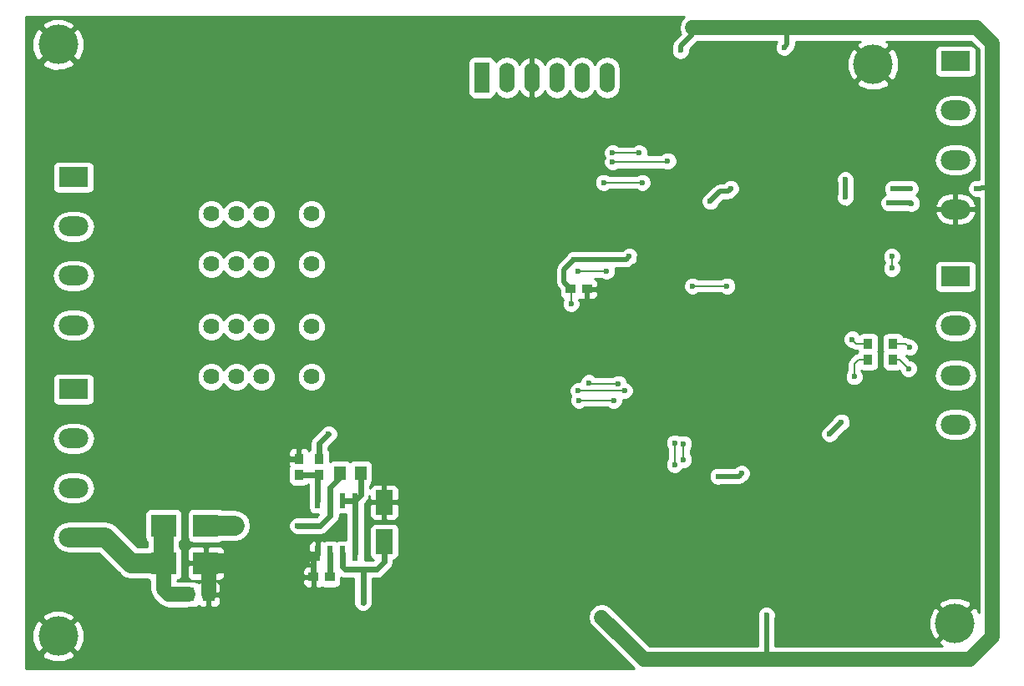
<source format=gbl>
G04 #@! TF.FileFunction,Copper,L2,Bot,Signal*
%FSLAX46Y46*%
G04 Gerber Fmt 4.6, Leading zero omitted, Abs format (unit mm)*
G04 Created by KiCad (PCBNEW 4.0.7) date 12/16/17 16:03:18*
%MOMM*%
%LPD*%
G01*
G04 APERTURE LIST*
%ADD10C,0.100000*%
%ADD11R,1.000000X0.950000*%
%ADD12R,1.700000X2.500000*%
%ADD13R,2.500000X2.300000*%
%ADD14R,3.000000X2.000000*%
%ADD15O,3.000000X2.000000*%
%ADD16C,4.000000*%
%ADD17R,0.950000X1.000000*%
%ADD18R,1.150000X1.450000*%
%ADD19C,1.625000*%
%ADD20R,0.600000X1.550000*%
%ADD21R,1.524000X3.048000*%
%ADD22O,1.524000X3.048000*%
%ADD23C,0.600000*%
%ADD24C,0.500000*%
%ADD25C,1.500000*%
%ADD26C,0.200000*%
%ADD27C,2.000000*%
%ADD28C,0.600000*%
%ADD29C,0.254000*%
G04 APERTURE END LIST*
D10*
D11*
X85975000Y-130800000D03*
X87625000Y-130800000D03*
X59881000Y-160020000D03*
X61531000Y-160020000D03*
D12*
X67056000Y-156432000D03*
X67056000Y-152432000D03*
D13*
X48980000Y-154800000D03*
X44680000Y-154800000D03*
X44680000Y-158610000D03*
X48980000Y-158610000D03*
D14*
X124968000Y-129540000D03*
D15*
X124968000Y-134540000D03*
X124968000Y-139540000D03*
X124968000Y-144540000D03*
D14*
X35560000Y-119460000D03*
D15*
X35560000Y-124460000D03*
X35560000Y-129460000D03*
X35560000Y-134460000D03*
D14*
X124968000Y-107696000D03*
D15*
X124968000Y-112696000D03*
X124968000Y-117696000D03*
X124968000Y-122696000D03*
D14*
X35560000Y-140970000D03*
D15*
X35560000Y-145970000D03*
X35560000Y-150970000D03*
X35560000Y-155970000D03*
D16*
X34000000Y-166000000D03*
X124900000Y-164700000D03*
X116600000Y-108000000D03*
X34000000Y-106000000D03*
D17*
X118618000Y-137985000D03*
X118618000Y-136335000D03*
X116078000Y-137985000D03*
X116078000Y-136335000D03*
X60452000Y-149669000D03*
X60452000Y-148019000D03*
X58420000Y-149669000D03*
X58420000Y-148019000D03*
D18*
X49252000Y-161785000D03*
X47202000Y-161785000D03*
D19*
X59690000Y-123190000D03*
X54610000Y-123190000D03*
X52070000Y-123190000D03*
X49530000Y-123190000D03*
X49530000Y-128270000D03*
X52070000Y-128270000D03*
X54610000Y-128270000D03*
X59690000Y-128270000D03*
X59690000Y-134620000D03*
X54610000Y-134620000D03*
X52070000Y-134620000D03*
X49530000Y-134620000D03*
X49530000Y-139700000D03*
X52070000Y-139700000D03*
X54610000Y-139700000D03*
X59690000Y-139700000D03*
D20*
X64135000Y-157640000D03*
X62865000Y-157640000D03*
X61595000Y-157640000D03*
X60325000Y-157640000D03*
X60325000Y-152240000D03*
X61595000Y-152240000D03*
X62865000Y-152240000D03*
X64135000Y-152240000D03*
D18*
X64652000Y-149479000D03*
X62602000Y-149479000D03*
D21*
X76962000Y-109347000D03*
D22*
X79502000Y-109347000D03*
X82042000Y-109347000D03*
X84582000Y-109347000D03*
X87122000Y-109347000D03*
X89662000Y-109347000D03*
D23*
X103300000Y-149500000D03*
X100900000Y-149800000D03*
X86300001Y-127799999D03*
X107600000Y-106300000D03*
X127100000Y-120600000D03*
X120400000Y-120600000D03*
X118600000Y-120600000D03*
X113800000Y-119700000D03*
X113800000Y-121500000D03*
X91900000Y-127500000D03*
X97100000Y-106600000D03*
X86000000Y-132300000D03*
X105800000Y-163900000D03*
X89100000Y-164700000D03*
X89700000Y-164700000D03*
X89700000Y-164100000D03*
X89100000Y-164100000D03*
X66500000Y-149860000D03*
X67100000Y-149860000D03*
X69700000Y-138500000D03*
X45100000Y-144800000D03*
X43900000Y-144800000D03*
X44500000Y-144800000D03*
X45100000Y-145400000D03*
X44500000Y-145400000D03*
X43900000Y-145400000D03*
X90400000Y-151500000D03*
X91000000Y-151500000D03*
X91000000Y-150900000D03*
X90400000Y-150900000D03*
X92600000Y-158500000D03*
X100900000Y-159800000D03*
X111100000Y-127500000D03*
X108700000Y-127600000D03*
X92900000Y-127700000D03*
X102200000Y-127500000D03*
X100000000Y-127500000D03*
X112000000Y-113300000D03*
X104900000Y-113300000D03*
X101500000Y-113400000D03*
X94400000Y-113500000D03*
X43600000Y-112000000D03*
X42600000Y-109600000D03*
X69100000Y-109000000D03*
X80000000Y-119700000D03*
X75200000Y-121500000D03*
X75900000Y-127400000D03*
X69700000Y-127000000D03*
X113300000Y-131300000D03*
X108500000Y-156400000D03*
X104500000Y-156400000D03*
X116600000Y-146400000D03*
X120500000Y-150300000D03*
X108000000Y-142000000D03*
X117100000Y-126300000D03*
X73800000Y-134500000D03*
X112200000Y-150400000D03*
X103400000Y-153800000D03*
X109900000Y-153700000D03*
X93400000Y-131300000D03*
X79248000Y-151765000D03*
X51910000Y-159245000D03*
X51910000Y-157975000D03*
X51910000Y-158610000D03*
X67691000Y-149860000D03*
X56769000Y-147955000D03*
X113400000Y-144300000D03*
X112200000Y-145500000D03*
X102200002Y-120600000D03*
X61426000Y-145500000D03*
X120500000Y-122100000D03*
X118192000Y-122067736D03*
X100100000Y-121900000D03*
X51910000Y-155435000D03*
X51910000Y-154165000D03*
X51910000Y-154800000D03*
X58293000Y-154813000D03*
X58928000Y-154813000D03*
X59563000Y-154813000D03*
X64900000Y-161400000D03*
X64900000Y-162000000D03*
X64900000Y-162600000D03*
X114500000Y-135900000D03*
X120285000Y-136715000D03*
X120200000Y-138875000D03*
X114700000Y-139700000D03*
X97400000Y-148100032D03*
X97400000Y-146500000D03*
X91400000Y-141100000D03*
X86700000Y-141100000D03*
X89600000Y-129000000D03*
X86700000Y-129000000D03*
X95800000Y-117800000D03*
X90200000Y-117900000D03*
X92900000Y-117000000D03*
X90200000Y-117000000D03*
X90300000Y-142100000D03*
X86800000Y-142100000D03*
X118500000Y-128700000D03*
X118500000Y-127500000D03*
X101800000Y-130500000D03*
X98300000Y-130500000D03*
X87800000Y-140300000D03*
X90800000Y-140399992D03*
X96500000Y-146400006D03*
X96500000Y-148600000D03*
X93199996Y-120000000D03*
X89300000Y-120000000D03*
D24*
X100900000Y-149800000D02*
X103000000Y-149800000D01*
X103000000Y-149800000D02*
X103300000Y-149500000D01*
D25*
X127100000Y-104300000D02*
X107900000Y-104300000D01*
X107900000Y-104300000D02*
X98300000Y-104300000D01*
D24*
X107600000Y-106300000D02*
X107900000Y-106000000D01*
X107900000Y-106000000D02*
X107900000Y-104300000D01*
D25*
X128700000Y-166067000D02*
X128700000Y-120500000D01*
X128700000Y-120500000D02*
X128700000Y-105900000D01*
D24*
X127100000Y-120600000D02*
X127524264Y-120600000D01*
X127524264Y-120600000D02*
X127624264Y-120500000D01*
X127624264Y-120500000D02*
X128700000Y-120500000D01*
X118600000Y-120600000D02*
X120400000Y-120600000D01*
X113800000Y-121500000D02*
X113800000Y-119700000D01*
X85300000Y-130100000D02*
X85975000Y-130775000D01*
X85975000Y-130775000D02*
X85975000Y-130800000D01*
X85300000Y-128800000D02*
X85300000Y-130100000D01*
X86300001Y-127799999D02*
X85300000Y-128800000D01*
X91900000Y-127500000D02*
X91600001Y-127799999D01*
X91600001Y-127799999D02*
X86300001Y-127799999D01*
X97100000Y-106600000D02*
X97100000Y-106175736D01*
X97100000Y-106175736D02*
X98300000Y-104975736D01*
X98300000Y-104975736D02*
X98300000Y-104300000D01*
D25*
X106100000Y-168400000D02*
X126367000Y-168400000D01*
X126367000Y-168400000D02*
X128700000Y-166067000D01*
X128700000Y-105900000D02*
X127100000Y-104300000D01*
D26*
X86000000Y-132300000D02*
X86000000Y-130825000D01*
X86000000Y-130825000D02*
X85975000Y-130800000D01*
D25*
X93400000Y-168400000D02*
X106100000Y-168400000D01*
D24*
X105800000Y-163900000D02*
X105800000Y-168100000D01*
X105800000Y-168100000D02*
X106100000Y-168400000D01*
D25*
X91400000Y-166400000D02*
X93400000Y-168400000D01*
X89100000Y-164100000D02*
X91400000Y-166400000D01*
D26*
X67100000Y-149860000D02*
X66500000Y-149860000D01*
X67691000Y-149860000D02*
X67100000Y-149860000D01*
D25*
X49252000Y-161785000D02*
X49252000Y-158882000D01*
X49252000Y-158882000D02*
X48980000Y-158610000D01*
D27*
X48980000Y-158610000D02*
X51910000Y-158610000D01*
D28*
X59881000Y-158084000D02*
X59213000Y-158084000D01*
X59881000Y-160020000D02*
X59881000Y-158084000D01*
X59881000Y-158084000D02*
X60325000Y-157640000D01*
X58420000Y-148019000D02*
X56833000Y-148019000D01*
X56833000Y-148019000D02*
X56769000Y-147955000D01*
D24*
X112200000Y-145500000D02*
X113400000Y-144300000D01*
X101900003Y-120899999D02*
X102200002Y-120600000D01*
X101100000Y-120900000D02*
X101900003Y-120899999D01*
X100100000Y-121900000D02*
X101100000Y-120900000D01*
D28*
X60452000Y-148019000D02*
X60452000Y-146474000D01*
X60452000Y-146474000D02*
X61426000Y-145500000D01*
D24*
X118192000Y-122067736D02*
X120467736Y-122067736D01*
X120467736Y-122067736D02*
X120500000Y-122100000D01*
D28*
X61595000Y-157640000D02*
X61595000Y-159956000D01*
X61595000Y-159956000D02*
X61531000Y-160020000D01*
D27*
X48980000Y-154800000D02*
X51910000Y-154800000D01*
D28*
X59563000Y-154813000D02*
X58293000Y-154813000D01*
X61087000Y-154305000D02*
X60579000Y-154813000D01*
X60579000Y-154813000D02*
X59563000Y-154813000D01*
X62675000Y-149860000D02*
X61595000Y-150940000D01*
X61595000Y-150940000D02*
X61595000Y-152240000D01*
X61595000Y-153797000D02*
X61087000Y-154305000D01*
X61595000Y-152240000D02*
X61595000Y-153797000D01*
X64900000Y-162600000D02*
X64900000Y-159261000D01*
X64900000Y-159261000D02*
X64897000Y-159258000D01*
X63119000Y-159258000D02*
X64897000Y-159258000D01*
X64897000Y-159258000D02*
X66294000Y-159258000D01*
X66294000Y-159258000D02*
X67056000Y-158496000D01*
X67056000Y-158496000D02*
X67056000Y-156432000D01*
X62865000Y-157640000D02*
X62865000Y-159004000D01*
X62865000Y-159004000D02*
X63119000Y-159258000D01*
D27*
X44680000Y-158610000D02*
X41430000Y-158610000D01*
X41430000Y-158610000D02*
X38790000Y-155970000D01*
X38790000Y-155970000D02*
X35560000Y-155970000D01*
D25*
X45205000Y-161785000D02*
X47202000Y-161785000D01*
X44680000Y-158610000D02*
X44680000Y-161260000D01*
X44680000Y-161260000D02*
X45205000Y-161785000D01*
D27*
X44680000Y-154800000D02*
X44680000Y-158610000D01*
X44440000Y-158370000D02*
X44680000Y-158610000D01*
D26*
X114500000Y-135900000D02*
X114935000Y-136335000D01*
X114935000Y-136335000D02*
X116078000Y-136335000D01*
X118618000Y-136335000D02*
X119905000Y-136335000D01*
X119905000Y-136335000D02*
X120285000Y-136715000D01*
X118618000Y-137985000D02*
X119310000Y-137985000D01*
X119310000Y-137985000D02*
X120200000Y-138875000D01*
X114700000Y-138400000D02*
X115115000Y-137985000D01*
X115115000Y-137985000D02*
X116078000Y-137985000D01*
X114700000Y-139700000D02*
X114700000Y-138400000D01*
X97400000Y-146500000D02*
X97400000Y-148100032D01*
X86700000Y-141100000D02*
X91400000Y-141100000D01*
X86700000Y-129000000D02*
X89600000Y-129000000D01*
X95700000Y-117900000D02*
X95800000Y-117800000D01*
X90200000Y-117900000D02*
X95700000Y-117900000D01*
X90200000Y-117000000D02*
X92900000Y-117000000D01*
X86800000Y-142100000D02*
X90300000Y-142100000D01*
X118500000Y-127500000D02*
X118500000Y-128700000D01*
X98300000Y-130500000D02*
X101800000Y-130500000D01*
X87899992Y-140399992D02*
X87800000Y-140300000D01*
X90800000Y-140399992D02*
X87899992Y-140399992D01*
D28*
X64652000Y-149479000D02*
X64652000Y-151723000D01*
X64652000Y-151723000D02*
X64135000Y-152240000D01*
X64135000Y-157640000D02*
X64135000Y-152240000D01*
X64325000Y-152050000D02*
X64135000Y-152240000D01*
X62865000Y-152240000D02*
X64135000Y-152240000D01*
X60325000Y-152240000D02*
X60325000Y-149796000D01*
X60325000Y-149796000D02*
X60452000Y-149669000D01*
X58420000Y-149669000D02*
X60452000Y-149669000D01*
D26*
X96500000Y-148600000D02*
X96500000Y-146400006D01*
X89300000Y-120000000D02*
X93199996Y-120000000D01*
D29*
G36*
X97320657Y-103320657D02*
X97020427Y-103769983D01*
X96915000Y-104300000D01*
X97020427Y-104830017D01*
X97090006Y-104934150D01*
X96474210Y-105549946D01*
X96282367Y-105837061D01*
X96282367Y-105837062D01*
X96214999Y-106175736D01*
X96215000Y-106175741D01*
X96215000Y-106293178D01*
X96165162Y-106413201D01*
X96164838Y-106785167D01*
X96306883Y-107128943D01*
X96569673Y-107392192D01*
X96913201Y-107534838D01*
X97285167Y-107535162D01*
X97377497Y-107497012D01*
X113960881Y-107497012D01*
X113969287Y-108545247D01*
X114354257Y-109474647D01*
X114724978Y-109695416D01*
X116420395Y-108000000D01*
X116779605Y-108000000D01*
X118475022Y-109695416D01*
X118845743Y-109474647D01*
X119239119Y-108502988D01*
X119230713Y-107454753D01*
X118916428Y-106696000D01*
X122820560Y-106696000D01*
X122820560Y-108696000D01*
X122864838Y-108931317D01*
X123003910Y-109147441D01*
X123216110Y-109292431D01*
X123468000Y-109343440D01*
X126468000Y-109343440D01*
X126703317Y-109299162D01*
X126919441Y-109160090D01*
X127064431Y-108947890D01*
X127115440Y-108696000D01*
X127115440Y-106696000D01*
X127071162Y-106460683D01*
X126932090Y-106244559D01*
X126719890Y-106099569D01*
X126468000Y-106048560D01*
X123468000Y-106048560D01*
X123232683Y-106092838D01*
X123016559Y-106231910D01*
X122871569Y-106444110D01*
X122820560Y-106696000D01*
X118916428Y-106696000D01*
X118845743Y-106525353D01*
X118475022Y-106304584D01*
X116779605Y-108000000D01*
X116420395Y-108000000D01*
X114724978Y-106304584D01*
X114354257Y-106525353D01*
X113960881Y-107497012D01*
X97377497Y-107497012D01*
X97628943Y-107393117D01*
X97892192Y-107130327D01*
X98034838Y-106786799D01*
X98035095Y-106492221D01*
X98842315Y-105685000D01*
X106892629Y-105685000D01*
X106807808Y-105769673D01*
X106665162Y-106113201D01*
X106664838Y-106485167D01*
X106806883Y-106828943D01*
X107069673Y-107092192D01*
X107413201Y-107234838D01*
X107785167Y-107235162D01*
X108128943Y-107093117D01*
X108392192Y-106830327D01*
X108442566Y-106709013D01*
X108525787Y-106625792D01*
X108525790Y-106625790D01*
X108717633Y-106338675D01*
X108738870Y-106231910D01*
X108785001Y-106000000D01*
X108785000Y-105999995D01*
X108785000Y-105685000D01*
X115292554Y-105685000D01*
X115125353Y-105754257D01*
X114904584Y-106124978D01*
X116600000Y-107820395D01*
X118295416Y-106124978D01*
X118074647Y-105754257D01*
X117903579Y-105685000D01*
X126526314Y-105685000D01*
X127315000Y-106473686D01*
X127315000Y-119676517D01*
X127314421Y-119676632D01*
X127286799Y-119665162D01*
X126914833Y-119664838D01*
X126571057Y-119806883D01*
X126307808Y-120069673D01*
X126165162Y-120413201D01*
X126164838Y-120785167D01*
X126306883Y-121128943D01*
X126569673Y-121392192D01*
X126913201Y-121534838D01*
X127285167Y-121535162D01*
X127315000Y-121522835D01*
X127315000Y-163633976D01*
X127145743Y-163225353D01*
X126775022Y-163004584D01*
X125079605Y-164700000D01*
X125093748Y-164714142D01*
X124914142Y-164893748D01*
X124900000Y-164879605D01*
X123204584Y-166575022D01*
X123425353Y-166945743D01*
X123596421Y-167015000D01*
X106685000Y-167015000D01*
X106685000Y-164206822D01*
X106689073Y-164197012D01*
X122260881Y-164197012D01*
X122269287Y-165245247D01*
X122654257Y-166174647D01*
X123024978Y-166395416D01*
X124720395Y-164700000D01*
X123024978Y-163004584D01*
X122654257Y-163225353D01*
X122260881Y-164197012D01*
X106689073Y-164197012D01*
X106734838Y-164086799D01*
X106735162Y-163714833D01*
X106593117Y-163371057D01*
X106330327Y-163107808D01*
X105986799Y-162965162D01*
X105614833Y-162964838D01*
X105271057Y-163106883D01*
X105007808Y-163369673D01*
X104865162Y-163713201D01*
X104864838Y-164085167D01*
X104915000Y-164206569D01*
X104915000Y-167015000D01*
X93973686Y-167015000D01*
X90079343Y-163120657D01*
X89636828Y-162824978D01*
X123204584Y-162824978D01*
X124900000Y-164520395D01*
X126595416Y-162824978D01*
X126374647Y-162454257D01*
X125402988Y-162060881D01*
X124354753Y-162069287D01*
X123425353Y-162454257D01*
X123204584Y-162824978D01*
X89636828Y-162824978D01*
X89630016Y-162820427D01*
X89100000Y-162715000D01*
X88569984Y-162820427D01*
X88120657Y-163120657D01*
X87820427Y-163569984D01*
X87715000Y-164100000D01*
X87820427Y-164630016D01*
X88120657Y-165079343D01*
X92331314Y-169290000D01*
X30710000Y-169290000D01*
X30710000Y-167875022D01*
X32304584Y-167875022D01*
X32525353Y-168245743D01*
X33497012Y-168639119D01*
X34545247Y-168630713D01*
X35474647Y-168245743D01*
X35695416Y-167875022D01*
X34000000Y-166179605D01*
X32304584Y-167875022D01*
X30710000Y-167875022D01*
X30710000Y-165497012D01*
X31360881Y-165497012D01*
X31369287Y-166545247D01*
X31754257Y-167474647D01*
X32124978Y-167695416D01*
X33820395Y-166000000D01*
X34179605Y-166000000D01*
X35875022Y-167695416D01*
X36245743Y-167474647D01*
X36639119Y-166502988D01*
X36630713Y-165454753D01*
X36245743Y-164525353D01*
X35875022Y-164304584D01*
X34179605Y-166000000D01*
X33820395Y-166000000D01*
X32124978Y-164304584D01*
X31754257Y-164525353D01*
X31360881Y-165497012D01*
X30710000Y-165497012D01*
X30710000Y-164124978D01*
X32304584Y-164124978D01*
X34000000Y-165820395D01*
X35695416Y-164124978D01*
X35474647Y-163754257D01*
X34502988Y-163360881D01*
X33454753Y-163369287D01*
X32525353Y-163754257D01*
X32304584Y-164124978D01*
X30710000Y-164124978D01*
X30710000Y-155970000D01*
X33383173Y-155970000D01*
X33507630Y-156595687D01*
X33862053Y-157126120D01*
X34392486Y-157480543D01*
X35018173Y-157605000D01*
X38112760Y-157605000D01*
X40273878Y-159766117D01*
X40273880Y-159766120D01*
X40426096Y-159867827D01*
X40804312Y-160120543D01*
X41430000Y-160245001D01*
X41430005Y-160245000D01*
X43015025Y-160245000D01*
X43178110Y-160356431D01*
X43295000Y-160380102D01*
X43295000Y-161260000D01*
X43400427Y-161790017D01*
X43581413Y-162060881D01*
X43700657Y-162239343D01*
X44225657Y-162764343D01*
X44674983Y-163064573D01*
X45205000Y-163170000D01*
X47202000Y-163170000D01*
X47265143Y-163157440D01*
X47777000Y-163157440D01*
X48012317Y-163113162D01*
X48228441Y-162974090D01*
X48234377Y-162965402D01*
X48317302Y-163048327D01*
X48550691Y-163145000D01*
X48966250Y-163145000D01*
X49125000Y-162986250D01*
X49125000Y-161912000D01*
X49379000Y-161912000D01*
X49379000Y-162986250D01*
X49537750Y-163145000D01*
X49953309Y-163145000D01*
X50186698Y-163048327D01*
X50365327Y-162869699D01*
X50462000Y-162636310D01*
X50462000Y-162070750D01*
X50303250Y-161912000D01*
X49379000Y-161912000D01*
X49125000Y-161912000D01*
X49105000Y-161912000D01*
X49105000Y-161658000D01*
X49125000Y-161658000D01*
X49125000Y-160583750D01*
X49379000Y-160583750D01*
X49379000Y-161658000D01*
X50303250Y-161658000D01*
X50462000Y-161499250D01*
X50462000Y-160933690D01*
X50365327Y-160700301D01*
X50186698Y-160521673D01*
X49953309Y-160425000D01*
X49537750Y-160425000D01*
X49379000Y-160583750D01*
X49125000Y-160583750D01*
X48966250Y-160425000D01*
X48550691Y-160425000D01*
X48317302Y-160521673D01*
X48234748Y-160604226D01*
X48028890Y-160463569D01*
X47777000Y-160412560D01*
X47265143Y-160412560D01*
X47202000Y-160400000D01*
X46065000Y-160400000D01*
X46065000Y-160382038D01*
X46165317Y-160363162D01*
X46381441Y-160224090D01*
X46526431Y-160011890D01*
X46577440Y-159760000D01*
X46577440Y-158895750D01*
X47095000Y-158895750D01*
X47095000Y-159886310D01*
X47191673Y-160119699D01*
X47370302Y-160298327D01*
X47603691Y-160395000D01*
X48694250Y-160395000D01*
X48853000Y-160236250D01*
X48853000Y-158737000D01*
X49107000Y-158737000D01*
X49107000Y-160236250D01*
X49265750Y-160395000D01*
X50356309Y-160395000D01*
X50571777Y-160305750D01*
X58746000Y-160305750D01*
X58746000Y-160621310D01*
X58842673Y-160854699D01*
X59021302Y-161033327D01*
X59254691Y-161130000D01*
X59595250Y-161130000D01*
X59754000Y-160971250D01*
X59754000Y-160147000D01*
X58904750Y-160147000D01*
X58746000Y-160305750D01*
X50571777Y-160305750D01*
X50589698Y-160298327D01*
X50768327Y-160119699D01*
X50865000Y-159886310D01*
X50865000Y-158895750D01*
X50706250Y-158737000D01*
X49107000Y-158737000D01*
X48853000Y-158737000D01*
X47253750Y-158737000D01*
X47095000Y-158895750D01*
X46577440Y-158895750D01*
X46577440Y-157460000D01*
X46553674Y-157333690D01*
X47095000Y-157333690D01*
X47095000Y-158324250D01*
X47253750Y-158483000D01*
X48853000Y-158483000D01*
X48853000Y-156983750D01*
X49107000Y-156983750D01*
X49107000Y-158483000D01*
X50706250Y-158483000D01*
X50865000Y-158324250D01*
X50865000Y-157333690D01*
X50768327Y-157100301D01*
X50589698Y-156921673D01*
X50356309Y-156825000D01*
X49265750Y-156825000D01*
X49107000Y-156983750D01*
X48853000Y-156983750D01*
X48694250Y-156825000D01*
X47603691Y-156825000D01*
X47370302Y-156921673D01*
X47191673Y-157100301D01*
X47095000Y-157333690D01*
X46553674Y-157333690D01*
X46533162Y-157224683D01*
X46394090Y-157008559D01*
X46315000Y-156954519D01*
X46315000Y-156738691D01*
X59390000Y-156738691D01*
X59390000Y-157354250D01*
X59548750Y-157513000D01*
X60198000Y-157513000D01*
X60198000Y-156388750D01*
X60039250Y-156230000D01*
X59898690Y-156230000D01*
X59665301Y-156326673D01*
X59486673Y-156505302D01*
X59390000Y-156738691D01*
X46315000Y-156738691D01*
X46315000Y-156456844D01*
X46381441Y-156414090D01*
X46526431Y-156201890D01*
X46577440Y-155950000D01*
X46577440Y-153650000D01*
X47082560Y-153650000D01*
X47082560Y-155950000D01*
X47126838Y-156185317D01*
X47265910Y-156401441D01*
X47478110Y-156546431D01*
X47730000Y-156597440D01*
X50230000Y-156597440D01*
X50465317Y-156553162D01*
X50648946Y-156435000D01*
X51910000Y-156435000D01*
X52535687Y-156310543D01*
X53066120Y-155956120D01*
X53420543Y-155425687D01*
X53545000Y-154800000D01*
X53420543Y-154174313D01*
X53066120Y-153643880D01*
X52535687Y-153289457D01*
X51910000Y-153165000D01*
X50644975Y-153165000D01*
X50481890Y-153053569D01*
X50230000Y-153002560D01*
X47730000Y-153002560D01*
X47494683Y-153046838D01*
X47278559Y-153185910D01*
X47133569Y-153398110D01*
X47082560Y-153650000D01*
X46577440Y-153650000D01*
X46533162Y-153414683D01*
X46394090Y-153198559D01*
X46181890Y-153053569D01*
X45930000Y-153002560D01*
X43430000Y-153002560D01*
X43194683Y-153046838D01*
X42978559Y-153185910D01*
X42833569Y-153398110D01*
X42782560Y-153650000D01*
X42782560Y-155950000D01*
X42826838Y-156185317D01*
X42965910Y-156401441D01*
X43045000Y-156455481D01*
X43045000Y-156953156D01*
X43011054Y-156975000D01*
X42107239Y-156975000D01*
X39946120Y-154813880D01*
X39415688Y-154459457D01*
X38790000Y-154334999D01*
X38789995Y-154335000D01*
X35018173Y-154335000D01*
X34392486Y-154459457D01*
X33862053Y-154813880D01*
X33507630Y-155344313D01*
X33383173Y-155970000D01*
X30710000Y-155970000D01*
X30710000Y-150970000D01*
X33383173Y-150970000D01*
X33507630Y-151595687D01*
X33862053Y-152126120D01*
X34392486Y-152480543D01*
X35018173Y-152605000D01*
X36101827Y-152605000D01*
X36727514Y-152480543D01*
X37257947Y-152126120D01*
X37612370Y-151595687D01*
X37736827Y-150970000D01*
X37612370Y-150344313D01*
X37257947Y-149813880D01*
X36727514Y-149459457D01*
X36101827Y-149335000D01*
X35018173Y-149335000D01*
X34392486Y-149459457D01*
X33862053Y-149813880D01*
X33507630Y-150344313D01*
X33383173Y-150970000D01*
X30710000Y-150970000D01*
X30710000Y-149169000D01*
X57297560Y-149169000D01*
X57297560Y-150169000D01*
X57341838Y-150404317D01*
X57480910Y-150620441D01*
X57693110Y-150765431D01*
X57945000Y-150816440D01*
X58895000Y-150816440D01*
X59130317Y-150772162D01*
X59346441Y-150633090D01*
X59366317Y-150604000D01*
X59390000Y-150604000D01*
X59390000Y-151403569D01*
X59377560Y-151465000D01*
X59377560Y-153015000D01*
X59421838Y-153250317D01*
X59560910Y-153466441D01*
X59773110Y-153611431D01*
X60025000Y-153662440D01*
X60407271Y-153662440D01*
X60191711Y-153878000D01*
X59563816Y-153878000D01*
X59377833Y-153877838D01*
X59377441Y-153878000D01*
X58928816Y-153878000D01*
X58742833Y-153877838D01*
X58742441Y-153878000D01*
X58293816Y-153878000D01*
X58107833Y-153877838D01*
X57764057Y-154019883D01*
X57500808Y-154282673D01*
X57358162Y-154626201D01*
X57357838Y-154998167D01*
X57499883Y-155341943D01*
X57762673Y-155605192D01*
X58106201Y-155747838D01*
X58478167Y-155748162D01*
X58478559Y-155748000D01*
X58927184Y-155748000D01*
X59113167Y-155748162D01*
X59113559Y-155748000D01*
X59562184Y-155748000D01*
X59748167Y-155748162D01*
X59748559Y-155748000D01*
X60579000Y-155748000D01*
X60936809Y-155676827D01*
X61240145Y-155474145D01*
X61748142Y-154966147D01*
X61748145Y-154966145D01*
X62256142Y-154458147D01*
X62256145Y-154458145D01*
X62458827Y-154154809D01*
X62530000Y-153797000D01*
X62530000Y-153655352D01*
X62565000Y-153662440D01*
X63165000Y-153662440D01*
X63200000Y-153655854D01*
X63200000Y-156224648D01*
X63165000Y-156217560D01*
X62565000Y-156217560D01*
X62329683Y-156261838D01*
X62230472Y-156325678D01*
X62146890Y-156268569D01*
X61895000Y-156217560D01*
X61295000Y-156217560D01*
X61059683Y-156261838D01*
X60969020Y-156320178D01*
X60751310Y-156230000D01*
X60610750Y-156230000D01*
X60452000Y-156388750D01*
X60452000Y-157513000D01*
X60472000Y-157513000D01*
X60472000Y-157767000D01*
X60452000Y-157767000D01*
X60452000Y-157787000D01*
X60198000Y-157787000D01*
X60198000Y-157767000D01*
X59548750Y-157767000D01*
X59390000Y-157925750D01*
X59390000Y-158541309D01*
X59486673Y-158774698D01*
X59665301Y-158953327D01*
X59753998Y-158990067D01*
X59753998Y-159068748D01*
X59595250Y-158910000D01*
X59254691Y-158910000D01*
X59021302Y-159006673D01*
X58842673Y-159185301D01*
X58746000Y-159418690D01*
X58746000Y-159734250D01*
X58904750Y-159893000D01*
X59754000Y-159893000D01*
X59754000Y-159873000D01*
X60008000Y-159873000D01*
X60008000Y-159893000D01*
X60028000Y-159893000D01*
X60028000Y-160147000D01*
X60008000Y-160147000D01*
X60008000Y-160971250D01*
X60166750Y-161130000D01*
X60507309Y-161130000D01*
X60711670Y-161045351D01*
X60779110Y-161091431D01*
X61031000Y-161142440D01*
X62031000Y-161142440D01*
X62266317Y-161098162D01*
X62482441Y-160959090D01*
X62627431Y-160746890D01*
X62678440Y-160495000D01*
X62678440Y-160066535D01*
X62761191Y-160121827D01*
X63119000Y-160193000D01*
X63965000Y-160193000D01*
X63965000Y-161399184D01*
X63964838Y-161585167D01*
X63965000Y-161585559D01*
X63965000Y-161999184D01*
X63964838Y-162185167D01*
X63965000Y-162185559D01*
X63965000Y-162599184D01*
X63964838Y-162785167D01*
X64106883Y-163128943D01*
X64369673Y-163392192D01*
X64713201Y-163534838D01*
X65085167Y-163535162D01*
X65428943Y-163393117D01*
X65692192Y-163130327D01*
X65834838Y-162786799D01*
X65835162Y-162414833D01*
X65835000Y-162414441D01*
X65835000Y-162000816D01*
X65835162Y-161814833D01*
X65835000Y-161814441D01*
X65835000Y-161400816D01*
X65835162Y-161214833D01*
X65835000Y-161214441D01*
X65835000Y-160193000D01*
X66294000Y-160193000D01*
X66651809Y-160121827D01*
X66955145Y-159919145D01*
X67717145Y-159157145D01*
X67919827Y-158853809D01*
X67991000Y-158496000D01*
X67991000Y-158313446D01*
X68141317Y-158285162D01*
X68357441Y-158146090D01*
X68502431Y-157933890D01*
X68553440Y-157682000D01*
X68553440Y-155182000D01*
X68509162Y-154946683D01*
X68370090Y-154730559D01*
X68157890Y-154585569D01*
X67906000Y-154534560D01*
X66206000Y-154534560D01*
X65970683Y-154578838D01*
X65754559Y-154717910D01*
X65609569Y-154930110D01*
X65558560Y-155182000D01*
X65558560Y-157682000D01*
X65602838Y-157917317D01*
X65741910Y-158133441D01*
X65952428Y-158277282D01*
X65906710Y-158323000D01*
X65082440Y-158323000D01*
X65082440Y-156865000D01*
X65070000Y-156798887D01*
X65070000Y-153076431D01*
X65082440Y-153015000D01*
X65082440Y-152717750D01*
X65571000Y-152717750D01*
X65571000Y-153808309D01*
X65667673Y-154041698D01*
X65846301Y-154220327D01*
X66079690Y-154317000D01*
X66770250Y-154317000D01*
X66929000Y-154158250D01*
X66929000Y-152559000D01*
X67183000Y-152559000D01*
X67183000Y-154158250D01*
X67341750Y-154317000D01*
X68032310Y-154317000D01*
X68265699Y-154220327D01*
X68444327Y-154041698D01*
X68541000Y-153808309D01*
X68541000Y-152717750D01*
X68382250Y-152559000D01*
X67183000Y-152559000D01*
X66929000Y-152559000D01*
X65729750Y-152559000D01*
X65571000Y-152717750D01*
X65082440Y-152717750D01*
X65082440Y-152614850D01*
X65313145Y-152384145D01*
X65515827Y-152080809D01*
X65571000Y-151803437D01*
X65571000Y-152146250D01*
X65729750Y-152305000D01*
X66929000Y-152305000D01*
X66929000Y-150705750D01*
X67183000Y-150705750D01*
X67183000Y-152305000D01*
X68382250Y-152305000D01*
X68541000Y-152146250D01*
X68541000Y-151055691D01*
X68444327Y-150822302D01*
X68265699Y-150643673D01*
X68032310Y-150547000D01*
X67341750Y-150547000D01*
X67183000Y-150705750D01*
X66929000Y-150705750D01*
X66770250Y-150547000D01*
X66079690Y-150547000D01*
X65846301Y-150643673D01*
X65667673Y-150822302D01*
X65587000Y-151017064D01*
X65587000Y-150726931D01*
X65678441Y-150668090D01*
X65823431Y-150455890D01*
X65874440Y-150204000D01*
X65874440Y-149985167D01*
X99964838Y-149985167D01*
X100106883Y-150328943D01*
X100369673Y-150592192D01*
X100713201Y-150734838D01*
X101085167Y-150735162D01*
X101206569Y-150685000D01*
X102999995Y-150685000D01*
X103000000Y-150685001D01*
X103324558Y-150620441D01*
X103338675Y-150617633D01*
X103625790Y-150425790D01*
X103708835Y-150342744D01*
X103828943Y-150293117D01*
X104092192Y-150030327D01*
X104234838Y-149686799D01*
X104235162Y-149314833D01*
X104093117Y-148971057D01*
X103830327Y-148707808D01*
X103486799Y-148565162D01*
X103114833Y-148564838D01*
X102771057Y-148706883D01*
X102562576Y-148915000D01*
X101206822Y-148915000D01*
X101086799Y-148865162D01*
X100714833Y-148864838D01*
X100371057Y-149006883D01*
X100107808Y-149269673D01*
X99965162Y-149613201D01*
X99964838Y-149985167D01*
X65874440Y-149985167D01*
X65874440Y-148754000D01*
X65830162Y-148518683D01*
X65691090Y-148302559D01*
X65478890Y-148157569D01*
X65227000Y-148106560D01*
X64077000Y-148106560D01*
X63841683Y-148150838D01*
X63625559Y-148289910D01*
X63624610Y-148291299D01*
X63428890Y-148157569D01*
X63177000Y-148106560D01*
X62027000Y-148106560D01*
X61791683Y-148150838D01*
X61575559Y-148289910D01*
X61574440Y-148291548D01*
X61574440Y-147519000D01*
X61530162Y-147283683D01*
X61391090Y-147067559D01*
X61387000Y-147064764D01*
X61387000Y-146861290D01*
X61663117Y-146585173D01*
X95564838Y-146585173D01*
X95706883Y-146928949D01*
X95765000Y-146987168D01*
X95765000Y-148012581D01*
X95707808Y-148069673D01*
X95565162Y-148413201D01*
X95564838Y-148785167D01*
X95706883Y-149128943D01*
X95969673Y-149392192D01*
X96313201Y-149534838D01*
X96685167Y-149535162D01*
X97028943Y-149393117D01*
X97292192Y-149130327D01*
X97331787Y-149034973D01*
X97585167Y-149035194D01*
X97928943Y-148893149D01*
X98192192Y-148630359D01*
X98334838Y-148286831D01*
X98335162Y-147914865D01*
X98193117Y-147571089D01*
X98135000Y-147512870D01*
X98135000Y-147087419D01*
X98192192Y-147030327D01*
X98334838Y-146686799D01*
X98335162Y-146314833D01*
X98193117Y-145971057D01*
X97930327Y-145707808D01*
X97875802Y-145685167D01*
X111264838Y-145685167D01*
X111406883Y-146028943D01*
X111669673Y-146292192D01*
X112013201Y-146434838D01*
X112385167Y-146435162D01*
X112728943Y-146293117D01*
X112992192Y-146030327D01*
X113042566Y-145909014D01*
X113808834Y-145142745D01*
X113928943Y-145093117D01*
X114192192Y-144830327D01*
X114312746Y-144540000D01*
X122791173Y-144540000D01*
X122915630Y-145165687D01*
X123270053Y-145696120D01*
X123800486Y-146050543D01*
X124426173Y-146175000D01*
X125509827Y-146175000D01*
X126135514Y-146050543D01*
X126665947Y-145696120D01*
X127020370Y-145165687D01*
X127144827Y-144540000D01*
X127020370Y-143914313D01*
X126665947Y-143383880D01*
X126135514Y-143029457D01*
X125509827Y-142905000D01*
X124426173Y-142905000D01*
X123800486Y-143029457D01*
X123270053Y-143383880D01*
X122915630Y-143914313D01*
X122791173Y-144540000D01*
X114312746Y-144540000D01*
X114334838Y-144486799D01*
X114335162Y-144114833D01*
X114193117Y-143771057D01*
X113930327Y-143507808D01*
X113586799Y-143365162D01*
X113214833Y-143364838D01*
X112871057Y-143506883D01*
X112607808Y-143769673D01*
X112557434Y-143890987D01*
X111791164Y-144657256D01*
X111671057Y-144706883D01*
X111407808Y-144969673D01*
X111265162Y-145313201D01*
X111264838Y-145685167D01*
X97875802Y-145685167D01*
X97586799Y-145565162D01*
X97214833Y-145564838D01*
X97053833Y-145631361D01*
X97030327Y-145607814D01*
X96686799Y-145465168D01*
X96314833Y-145464844D01*
X95971057Y-145606889D01*
X95707808Y-145869679D01*
X95565162Y-146213207D01*
X95564838Y-146585173D01*
X61663117Y-146585173D01*
X62086854Y-146161436D01*
X62218192Y-146030327D01*
X62360838Y-145686799D01*
X62361162Y-145314833D01*
X62219117Y-144971057D01*
X61956327Y-144707808D01*
X61612799Y-144565162D01*
X61240833Y-144564838D01*
X60897057Y-144706883D01*
X60633808Y-144969673D01*
X60633645Y-144970065D01*
X59790855Y-145812855D01*
X59588173Y-146116191D01*
X59517000Y-146474000D01*
X59517000Y-147067437D01*
X59441217Y-147178349D01*
X59433327Y-147159302D01*
X59254699Y-146980673D01*
X59021310Y-146884000D01*
X58705750Y-146884000D01*
X58547000Y-147042750D01*
X58547000Y-147892000D01*
X58567000Y-147892000D01*
X58567000Y-148146000D01*
X58547000Y-148146000D01*
X58547000Y-148166000D01*
X58293000Y-148166000D01*
X58293000Y-148146000D01*
X57468750Y-148146000D01*
X57310000Y-148304750D01*
X57310000Y-148645309D01*
X57394649Y-148849670D01*
X57348569Y-148917110D01*
X57297560Y-149169000D01*
X30710000Y-149169000D01*
X30710000Y-145970000D01*
X33383173Y-145970000D01*
X33507630Y-146595687D01*
X33862053Y-147126120D01*
X34392486Y-147480543D01*
X35018173Y-147605000D01*
X36101827Y-147605000D01*
X36727514Y-147480543D01*
X36858994Y-147392691D01*
X57310000Y-147392691D01*
X57310000Y-147733250D01*
X57468750Y-147892000D01*
X58293000Y-147892000D01*
X58293000Y-147042750D01*
X58134250Y-146884000D01*
X57818690Y-146884000D01*
X57585301Y-146980673D01*
X57406673Y-147159302D01*
X57310000Y-147392691D01*
X36858994Y-147392691D01*
X37257947Y-147126120D01*
X37612370Y-146595687D01*
X37736827Y-145970000D01*
X37612370Y-145344313D01*
X37257947Y-144813880D01*
X36727514Y-144459457D01*
X36101827Y-144335000D01*
X35018173Y-144335000D01*
X34392486Y-144459457D01*
X33862053Y-144813880D01*
X33507630Y-145344313D01*
X33383173Y-145970000D01*
X30710000Y-145970000D01*
X30710000Y-139970000D01*
X33412560Y-139970000D01*
X33412560Y-141970000D01*
X33456838Y-142205317D01*
X33595910Y-142421441D01*
X33808110Y-142566431D01*
X34060000Y-142617440D01*
X37060000Y-142617440D01*
X37295317Y-142573162D01*
X37511441Y-142434090D01*
X37656431Y-142221890D01*
X37707440Y-141970000D01*
X37707440Y-141285167D01*
X85764838Y-141285167D01*
X85906883Y-141628943D01*
X85960778Y-141682932D01*
X85865162Y-141913201D01*
X85864838Y-142285167D01*
X86006883Y-142628943D01*
X86269673Y-142892192D01*
X86613201Y-143034838D01*
X86985167Y-143035162D01*
X87328943Y-142893117D01*
X87387162Y-142835000D01*
X89712581Y-142835000D01*
X89769673Y-142892192D01*
X90113201Y-143034838D01*
X90485167Y-143035162D01*
X90828943Y-142893117D01*
X91092192Y-142630327D01*
X91234838Y-142286799D01*
X91235057Y-142034857D01*
X91585167Y-142035162D01*
X91928943Y-141893117D01*
X92192192Y-141630327D01*
X92334838Y-141286799D01*
X92335162Y-140914833D01*
X92193117Y-140571057D01*
X91930327Y-140307808D01*
X91735152Y-140226764D01*
X91735162Y-140214825D01*
X91593117Y-139871049D01*
X91330327Y-139607800D01*
X90986799Y-139465154D01*
X90614833Y-139464830D01*
X90271057Y-139606875D01*
X90212838Y-139664992D01*
X88487237Y-139664992D01*
X88330327Y-139507808D01*
X87986799Y-139365162D01*
X87614833Y-139364838D01*
X87271057Y-139506883D01*
X87007808Y-139769673D01*
X86865162Y-140113201D01*
X86865117Y-140165143D01*
X86514833Y-140164838D01*
X86171057Y-140306883D01*
X85907808Y-140569673D01*
X85765162Y-140913201D01*
X85764838Y-141285167D01*
X37707440Y-141285167D01*
X37707440Y-139986662D01*
X48082249Y-139986662D01*
X48302154Y-140518872D01*
X48708987Y-140926415D01*
X49240811Y-141147248D01*
X49816662Y-141147751D01*
X50348872Y-140927846D01*
X50756415Y-140521013D01*
X50799834Y-140416449D01*
X50842154Y-140518872D01*
X51248987Y-140926415D01*
X51780811Y-141147248D01*
X52356662Y-141147751D01*
X52888872Y-140927846D01*
X53296415Y-140521013D01*
X53339834Y-140416449D01*
X53382154Y-140518872D01*
X53788987Y-140926415D01*
X54320811Y-141147248D01*
X54896662Y-141147751D01*
X55428872Y-140927846D01*
X55836415Y-140521013D01*
X56057248Y-139989189D01*
X56057250Y-139986662D01*
X58242249Y-139986662D01*
X58462154Y-140518872D01*
X58868987Y-140926415D01*
X59400811Y-141147248D01*
X59976662Y-141147751D01*
X60508872Y-140927846D01*
X60916415Y-140521013D01*
X61137248Y-139989189D01*
X61137751Y-139413338D01*
X60917846Y-138881128D01*
X60511013Y-138473585D01*
X59979189Y-138252752D01*
X59403338Y-138252249D01*
X58871128Y-138472154D01*
X58463585Y-138878987D01*
X58242752Y-139410811D01*
X58242249Y-139986662D01*
X56057250Y-139986662D01*
X56057751Y-139413338D01*
X55837846Y-138881128D01*
X55431013Y-138473585D01*
X54899189Y-138252752D01*
X54323338Y-138252249D01*
X53791128Y-138472154D01*
X53383585Y-138878987D01*
X53340166Y-138983551D01*
X53297846Y-138881128D01*
X52891013Y-138473585D01*
X52359189Y-138252752D01*
X51783338Y-138252249D01*
X51251128Y-138472154D01*
X50843585Y-138878987D01*
X50800166Y-138983551D01*
X50757846Y-138881128D01*
X50351013Y-138473585D01*
X49819189Y-138252752D01*
X49243338Y-138252249D01*
X48711128Y-138472154D01*
X48303585Y-138878987D01*
X48082752Y-139410811D01*
X48082249Y-139986662D01*
X37707440Y-139986662D01*
X37707440Y-139970000D01*
X37663162Y-139734683D01*
X37524090Y-139518559D01*
X37311890Y-139373569D01*
X37060000Y-139322560D01*
X34060000Y-139322560D01*
X33824683Y-139366838D01*
X33608559Y-139505910D01*
X33463569Y-139718110D01*
X33412560Y-139970000D01*
X30710000Y-139970000D01*
X30710000Y-134460000D01*
X33383173Y-134460000D01*
X33507630Y-135085687D01*
X33862053Y-135616120D01*
X34392486Y-135970543D01*
X35018173Y-136095000D01*
X36101827Y-136095000D01*
X36151260Y-136085167D01*
X113564838Y-136085167D01*
X113706883Y-136428943D01*
X113969673Y-136692192D01*
X114313201Y-136834838D01*
X114395463Y-136834910D01*
X114415277Y-136854724D01*
X114627120Y-136996272D01*
X114653728Y-137014051D01*
X114935000Y-137070000D01*
X114999778Y-137070000D01*
X114999838Y-137070317D01*
X115057051Y-137159228D01*
X115006569Y-137233110D01*
X114998454Y-137273183D01*
X114833728Y-137305949D01*
X114595277Y-137465276D01*
X114180277Y-137880277D01*
X114020949Y-138118728D01*
X113965000Y-138400000D01*
X113965000Y-139112581D01*
X113907808Y-139169673D01*
X113765162Y-139513201D01*
X113764838Y-139885167D01*
X113906883Y-140228943D01*
X114169673Y-140492192D01*
X114513201Y-140634838D01*
X114885167Y-140635162D01*
X115228943Y-140493117D01*
X115492192Y-140230327D01*
X115634838Y-139886799D01*
X115635162Y-139514833D01*
X115493117Y-139171057D01*
X115435000Y-139112838D01*
X115435000Y-139098419D01*
X115603000Y-139132440D01*
X116553000Y-139132440D01*
X116788317Y-139088162D01*
X117004441Y-138949090D01*
X117149431Y-138736890D01*
X117200440Y-138485000D01*
X117200440Y-137485000D01*
X117156162Y-137249683D01*
X117098949Y-137160772D01*
X117149431Y-137086890D01*
X117200440Y-136835000D01*
X117200440Y-135835000D01*
X117495560Y-135835000D01*
X117495560Y-136835000D01*
X117539838Y-137070317D01*
X117597051Y-137159228D01*
X117546569Y-137233110D01*
X117495560Y-137485000D01*
X117495560Y-138485000D01*
X117539838Y-138720317D01*
X117678910Y-138936441D01*
X117891110Y-139081431D01*
X118143000Y-139132440D01*
X119093000Y-139132440D01*
X119280150Y-139097225D01*
X119406883Y-139403943D01*
X119669673Y-139667192D01*
X120013201Y-139809838D01*
X120385167Y-139810162D01*
X120728943Y-139668117D01*
X120857283Y-139540000D01*
X122791173Y-139540000D01*
X122915630Y-140165687D01*
X123270053Y-140696120D01*
X123800486Y-141050543D01*
X124426173Y-141175000D01*
X125509827Y-141175000D01*
X126135514Y-141050543D01*
X126665947Y-140696120D01*
X127020370Y-140165687D01*
X127144827Y-139540000D01*
X127020370Y-138914313D01*
X126665947Y-138383880D01*
X126135514Y-138029457D01*
X125509827Y-137905000D01*
X124426173Y-137905000D01*
X123800486Y-138029457D01*
X123270053Y-138383880D01*
X122915630Y-138914313D01*
X122791173Y-139540000D01*
X120857283Y-139540000D01*
X120992192Y-139405327D01*
X121134838Y-139061799D01*
X121135162Y-138689833D01*
X120993117Y-138346057D01*
X120730327Y-138082808D01*
X120386799Y-137940162D01*
X120304537Y-137940090D01*
X119954695Y-137590249D01*
X120098201Y-137649838D01*
X120470167Y-137650162D01*
X120813943Y-137508117D01*
X121077192Y-137245327D01*
X121219838Y-136901799D01*
X121220162Y-136529833D01*
X121078117Y-136186057D01*
X120815327Y-135922808D01*
X120471799Y-135780162D01*
X120372040Y-135780075D01*
X120186272Y-135655949D01*
X119905000Y-135600000D01*
X119696222Y-135600000D01*
X119696162Y-135599683D01*
X119557090Y-135383559D01*
X119344890Y-135238569D01*
X119093000Y-135187560D01*
X118143000Y-135187560D01*
X117907683Y-135231838D01*
X117691559Y-135370910D01*
X117546569Y-135583110D01*
X117495560Y-135835000D01*
X117200440Y-135835000D01*
X117156162Y-135599683D01*
X117017090Y-135383559D01*
X116804890Y-135238569D01*
X116553000Y-135187560D01*
X115603000Y-135187560D01*
X115367683Y-135231838D01*
X115237661Y-135315505D01*
X115030327Y-135107808D01*
X114686799Y-134965162D01*
X114314833Y-134964838D01*
X113971057Y-135106883D01*
X113707808Y-135369673D01*
X113565162Y-135713201D01*
X113564838Y-136085167D01*
X36151260Y-136085167D01*
X36727514Y-135970543D01*
X37257947Y-135616120D01*
X37612370Y-135085687D01*
X37647980Y-134906662D01*
X48082249Y-134906662D01*
X48302154Y-135438872D01*
X48708987Y-135846415D01*
X49240811Y-136067248D01*
X49816662Y-136067751D01*
X50348872Y-135847846D01*
X50756415Y-135441013D01*
X50799834Y-135336449D01*
X50842154Y-135438872D01*
X51248987Y-135846415D01*
X51780811Y-136067248D01*
X52356662Y-136067751D01*
X52888872Y-135847846D01*
X53296415Y-135441013D01*
X53339834Y-135336449D01*
X53382154Y-135438872D01*
X53788987Y-135846415D01*
X54320811Y-136067248D01*
X54896662Y-136067751D01*
X55428872Y-135847846D01*
X55836415Y-135441013D01*
X56057248Y-134909189D01*
X56057250Y-134906662D01*
X58242249Y-134906662D01*
X58462154Y-135438872D01*
X58868987Y-135846415D01*
X59400811Y-136067248D01*
X59976662Y-136067751D01*
X60508872Y-135847846D01*
X60916415Y-135441013D01*
X61137248Y-134909189D01*
X61137570Y-134540000D01*
X122791173Y-134540000D01*
X122915630Y-135165687D01*
X123270053Y-135696120D01*
X123800486Y-136050543D01*
X124426173Y-136175000D01*
X125509827Y-136175000D01*
X126135514Y-136050543D01*
X126665947Y-135696120D01*
X127020370Y-135165687D01*
X127144827Y-134540000D01*
X127020370Y-133914313D01*
X126665947Y-133383880D01*
X126135514Y-133029457D01*
X125509827Y-132905000D01*
X124426173Y-132905000D01*
X123800486Y-133029457D01*
X123270053Y-133383880D01*
X122915630Y-133914313D01*
X122791173Y-134540000D01*
X61137570Y-134540000D01*
X61137751Y-134333338D01*
X60917846Y-133801128D01*
X60511013Y-133393585D01*
X59979189Y-133172752D01*
X59403338Y-133172249D01*
X58871128Y-133392154D01*
X58463585Y-133798987D01*
X58242752Y-134330811D01*
X58242249Y-134906662D01*
X56057250Y-134906662D01*
X56057751Y-134333338D01*
X55837846Y-133801128D01*
X55431013Y-133393585D01*
X54899189Y-133172752D01*
X54323338Y-133172249D01*
X53791128Y-133392154D01*
X53383585Y-133798987D01*
X53340166Y-133903551D01*
X53297846Y-133801128D01*
X52891013Y-133393585D01*
X52359189Y-133172752D01*
X51783338Y-133172249D01*
X51251128Y-133392154D01*
X50843585Y-133798987D01*
X50800166Y-133903551D01*
X50757846Y-133801128D01*
X50351013Y-133393585D01*
X49819189Y-133172752D01*
X49243338Y-133172249D01*
X48711128Y-133392154D01*
X48303585Y-133798987D01*
X48082752Y-134330811D01*
X48082249Y-134906662D01*
X37647980Y-134906662D01*
X37736827Y-134460000D01*
X37612370Y-133834313D01*
X37257947Y-133303880D01*
X36727514Y-132949457D01*
X36101827Y-132825000D01*
X35018173Y-132825000D01*
X34392486Y-132949457D01*
X33862053Y-133303880D01*
X33507630Y-133834313D01*
X33383173Y-134460000D01*
X30710000Y-134460000D01*
X30710000Y-129460000D01*
X33383173Y-129460000D01*
X33507630Y-130085687D01*
X33862053Y-130616120D01*
X34392486Y-130970543D01*
X35018173Y-131095000D01*
X36101827Y-131095000D01*
X36727514Y-130970543D01*
X37257947Y-130616120D01*
X37612370Y-130085687D01*
X37736827Y-129460000D01*
X37612370Y-128834313D01*
X37426851Y-128556662D01*
X48082249Y-128556662D01*
X48302154Y-129088872D01*
X48708987Y-129496415D01*
X49240811Y-129717248D01*
X49816662Y-129717751D01*
X50348872Y-129497846D01*
X50756415Y-129091013D01*
X50799834Y-128986449D01*
X50842154Y-129088872D01*
X51248987Y-129496415D01*
X51780811Y-129717248D01*
X52356662Y-129717751D01*
X52888872Y-129497846D01*
X53296415Y-129091013D01*
X53339834Y-128986449D01*
X53382154Y-129088872D01*
X53788987Y-129496415D01*
X54320811Y-129717248D01*
X54896662Y-129717751D01*
X55428872Y-129497846D01*
X55836415Y-129091013D01*
X56057248Y-128559189D01*
X56057250Y-128556662D01*
X58242249Y-128556662D01*
X58462154Y-129088872D01*
X58868987Y-129496415D01*
X59400811Y-129717248D01*
X59976662Y-129717751D01*
X60508872Y-129497846D01*
X60916415Y-129091013D01*
X61037254Y-128800000D01*
X84414999Y-128800000D01*
X84415000Y-128800005D01*
X84415000Y-130099995D01*
X84414999Y-130100000D01*
X84471190Y-130382484D01*
X84482367Y-130438675D01*
X84638937Y-130673000D01*
X84674210Y-130725790D01*
X84827560Y-130879140D01*
X84827560Y-131275000D01*
X84871838Y-131510317D01*
X85010910Y-131726441D01*
X85178275Y-131840796D01*
X85065162Y-132113201D01*
X85064838Y-132485167D01*
X85206883Y-132828943D01*
X85469673Y-133092192D01*
X85813201Y-133234838D01*
X86185167Y-133235162D01*
X86528943Y-133093117D01*
X86792192Y-132830327D01*
X86934838Y-132486799D01*
X86935162Y-132114833D01*
X86819933Y-131835956D01*
X86998691Y-131910000D01*
X87339250Y-131910000D01*
X87498000Y-131751250D01*
X87498000Y-130927000D01*
X87752000Y-130927000D01*
X87752000Y-131751250D01*
X87910750Y-131910000D01*
X88251309Y-131910000D01*
X88484698Y-131813327D01*
X88663327Y-131634699D01*
X88760000Y-131401310D01*
X88760000Y-131085750D01*
X88601250Y-130927000D01*
X87752000Y-130927000D01*
X87498000Y-130927000D01*
X87478000Y-130927000D01*
X87478000Y-130685167D01*
X97364838Y-130685167D01*
X97506883Y-131028943D01*
X97769673Y-131292192D01*
X98113201Y-131434838D01*
X98485167Y-131435162D01*
X98828943Y-131293117D01*
X98887162Y-131235000D01*
X101212581Y-131235000D01*
X101269673Y-131292192D01*
X101613201Y-131434838D01*
X101985167Y-131435162D01*
X102328943Y-131293117D01*
X102592192Y-131030327D01*
X102734838Y-130686799D01*
X102735162Y-130314833D01*
X102593117Y-129971057D01*
X102330327Y-129707808D01*
X101986799Y-129565162D01*
X101614833Y-129564838D01*
X101271057Y-129706883D01*
X101212838Y-129765000D01*
X98887419Y-129765000D01*
X98830327Y-129707808D01*
X98486799Y-129565162D01*
X98114833Y-129564838D01*
X97771057Y-129706883D01*
X97507808Y-129969673D01*
X97365162Y-130313201D01*
X97364838Y-130685167D01*
X87478000Y-130685167D01*
X87478000Y-130673000D01*
X87498000Y-130673000D01*
X87498000Y-130653000D01*
X87752000Y-130653000D01*
X87752000Y-130673000D01*
X88601250Y-130673000D01*
X88760000Y-130514250D01*
X88760000Y-130198690D01*
X88663327Y-129965301D01*
X88484698Y-129786673D01*
X88359948Y-129735000D01*
X89012581Y-129735000D01*
X89069673Y-129792192D01*
X89413201Y-129934838D01*
X89785167Y-129935162D01*
X90128943Y-129793117D01*
X90392192Y-129530327D01*
X90534838Y-129186799D01*
X90535162Y-128814833D01*
X90481516Y-128684999D01*
X91599996Y-128684999D01*
X91600001Y-128685000D01*
X91882485Y-128628809D01*
X91938676Y-128617632D01*
X92225791Y-128425789D01*
X92225792Y-128425788D01*
X92308835Y-128342744D01*
X92428943Y-128293117D01*
X92692192Y-128030327D01*
X92834838Y-127686799D01*
X92834839Y-127685167D01*
X117564838Y-127685167D01*
X117706883Y-128028943D01*
X117765000Y-128087162D01*
X117765000Y-128112581D01*
X117707808Y-128169673D01*
X117565162Y-128513201D01*
X117564838Y-128885167D01*
X117706883Y-129228943D01*
X117969673Y-129492192D01*
X118313201Y-129634838D01*
X118685167Y-129635162D01*
X119028943Y-129493117D01*
X119292192Y-129230327D01*
X119434838Y-128886799D01*
X119435140Y-128540000D01*
X122820560Y-128540000D01*
X122820560Y-130540000D01*
X122864838Y-130775317D01*
X123003910Y-130991441D01*
X123216110Y-131136431D01*
X123468000Y-131187440D01*
X126468000Y-131187440D01*
X126703317Y-131143162D01*
X126919441Y-131004090D01*
X127064431Y-130791890D01*
X127115440Y-130540000D01*
X127115440Y-128540000D01*
X127071162Y-128304683D01*
X126932090Y-128088559D01*
X126719890Y-127943569D01*
X126468000Y-127892560D01*
X123468000Y-127892560D01*
X123232683Y-127936838D01*
X123016559Y-128075910D01*
X122871569Y-128288110D01*
X122820560Y-128540000D01*
X119435140Y-128540000D01*
X119435162Y-128514833D01*
X119293117Y-128171057D01*
X119235000Y-128112838D01*
X119235000Y-128087419D01*
X119292192Y-128030327D01*
X119434838Y-127686799D01*
X119435162Y-127314833D01*
X119293117Y-126971057D01*
X119030327Y-126707808D01*
X118686799Y-126565162D01*
X118314833Y-126564838D01*
X117971057Y-126706883D01*
X117707808Y-126969673D01*
X117565162Y-127313201D01*
X117564838Y-127685167D01*
X92834839Y-127685167D01*
X92835162Y-127314833D01*
X92693117Y-126971057D01*
X92430327Y-126707808D01*
X92086799Y-126565162D01*
X91714833Y-126564838D01*
X91371057Y-126706883D01*
X91162577Y-126914999D01*
X86606823Y-126914999D01*
X86486800Y-126865161D01*
X86114834Y-126864837D01*
X85771058Y-127006882D01*
X85507809Y-127269672D01*
X85457435Y-127390986D01*
X84674210Y-128174210D01*
X84482367Y-128461325D01*
X84480431Y-128471057D01*
X84414999Y-128800000D01*
X61037254Y-128800000D01*
X61137248Y-128559189D01*
X61137751Y-127983338D01*
X60917846Y-127451128D01*
X60511013Y-127043585D01*
X59979189Y-126822752D01*
X59403338Y-126822249D01*
X58871128Y-127042154D01*
X58463585Y-127448987D01*
X58242752Y-127980811D01*
X58242249Y-128556662D01*
X56057250Y-128556662D01*
X56057751Y-127983338D01*
X55837846Y-127451128D01*
X55431013Y-127043585D01*
X54899189Y-126822752D01*
X54323338Y-126822249D01*
X53791128Y-127042154D01*
X53383585Y-127448987D01*
X53340166Y-127553551D01*
X53297846Y-127451128D01*
X52891013Y-127043585D01*
X52359189Y-126822752D01*
X51783338Y-126822249D01*
X51251128Y-127042154D01*
X50843585Y-127448987D01*
X50800166Y-127553551D01*
X50757846Y-127451128D01*
X50351013Y-127043585D01*
X49819189Y-126822752D01*
X49243338Y-126822249D01*
X48711128Y-127042154D01*
X48303585Y-127448987D01*
X48082752Y-127980811D01*
X48082249Y-128556662D01*
X37426851Y-128556662D01*
X37257947Y-128303880D01*
X36727514Y-127949457D01*
X36101827Y-127825000D01*
X35018173Y-127825000D01*
X34392486Y-127949457D01*
X33862053Y-128303880D01*
X33507630Y-128834313D01*
X33383173Y-129460000D01*
X30710000Y-129460000D01*
X30710000Y-124460000D01*
X33383173Y-124460000D01*
X33507630Y-125085687D01*
X33862053Y-125616120D01*
X34392486Y-125970543D01*
X35018173Y-126095000D01*
X36101827Y-126095000D01*
X36727514Y-125970543D01*
X37257947Y-125616120D01*
X37612370Y-125085687D01*
X37736827Y-124460000D01*
X37612370Y-123834313D01*
X37373396Y-123476662D01*
X48082249Y-123476662D01*
X48302154Y-124008872D01*
X48708987Y-124416415D01*
X49240811Y-124637248D01*
X49816662Y-124637751D01*
X50348872Y-124417846D01*
X50756415Y-124011013D01*
X50799834Y-123906449D01*
X50842154Y-124008872D01*
X51248987Y-124416415D01*
X51780811Y-124637248D01*
X52356662Y-124637751D01*
X52888872Y-124417846D01*
X53296415Y-124011013D01*
X53339834Y-123906449D01*
X53382154Y-124008872D01*
X53788987Y-124416415D01*
X54320811Y-124637248D01*
X54896662Y-124637751D01*
X55428872Y-124417846D01*
X55836415Y-124011013D01*
X56057248Y-123479189D01*
X56057250Y-123476662D01*
X58242249Y-123476662D01*
X58462154Y-124008872D01*
X58868987Y-124416415D01*
X59400811Y-124637248D01*
X59976662Y-124637751D01*
X60508872Y-124417846D01*
X60916415Y-124011013D01*
X61137248Y-123479189D01*
X61137599Y-123076434D01*
X122877876Y-123076434D01*
X122908856Y-123204355D01*
X123222078Y-123762317D01*
X123724980Y-124157942D01*
X124341000Y-124331000D01*
X124841000Y-124331000D01*
X124841000Y-122823000D01*
X125095000Y-122823000D01*
X125095000Y-124331000D01*
X125595000Y-124331000D01*
X126211020Y-124157942D01*
X126713922Y-123762317D01*
X127027144Y-123204355D01*
X127058124Y-123076434D01*
X126938777Y-122823000D01*
X125095000Y-122823000D01*
X124841000Y-122823000D01*
X122997223Y-122823000D01*
X122877876Y-123076434D01*
X61137599Y-123076434D01*
X61137751Y-122903338D01*
X60917846Y-122371128D01*
X60632384Y-122085167D01*
X99164838Y-122085167D01*
X99306883Y-122428943D01*
X99569673Y-122692192D01*
X99913201Y-122834838D01*
X100285167Y-122835162D01*
X100628943Y-122693117D01*
X100892192Y-122430327D01*
X100942566Y-122309014D01*
X101466580Y-121785000D01*
X101899998Y-121784999D01*
X101900003Y-121785000D01*
X102126297Y-121739986D01*
X102238679Y-121717632D01*
X102525794Y-121525788D01*
X102608837Y-121442744D01*
X102728945Y-121393117D01*
X102992194Y-121130327D01*
X103134840Y-120786799D01*
X103135164Y-120414833D01*
X102993119Y-120071057D01*
X102807554Y-119885167D01*
X112864838Y-119885167D01*
X112915000Y-120006569D01*
X112915000Y-121193178D01*
X112865162Y-121313201D01*
X112864838Y-121685167D01*
X113006883Y-122028943D01*
X113269673Y-122292192D01*
X113613201Y-122434838D01*
X113985167Y-122435162D01*
X114328943Y-122293117D01*
X114369227Y-122252903D01*
X117256838Y-122252903D01*
X117398883Y-122596679D01*
X117661673Y-122859928D01*
X118005201Y-123002574D01*
X118377167Y-123002898D01*
X118498569Y-122952736D01*
X120115478Y-122952736D01*
X120313201Y-123034838D01*
X120685167Y-123035162D01*
X121028943Y-122893117D01*
X121292192Y-122630327D01*
X121422892Y-122315566D01*
X122877876Y-122315566D01*
X122997223Y-122569000D01*
X124841000Y-122569000D01*
X124841000Y-121061000D01*
X125095000Y-121061000D01*
X125095000Y-122569000D01*
X126938777Y-122569000D01*
X127058124Y-122315566D01*
X127027144Y-122187645D01*
X126713922Y-121629683D01*
X126211020Y-121234058D01*
X125595000Y-121061000D01*
X125095000Y-121061000D01*
X124841000Y-121061000D01*
X124341000Y-121061000D01*
X123724980Y-121234058D01*
X123222078Y-121629683D01*
X122908856Y-122187645D01*
X122877876Y-122315566D01*
X121422892Y-122315566D01*
X121434838Y-122286799D01*
X121435162Y-121914833D01*
X121293117Y-121571057D01*
X121030327Y-121307808D01*
X121019080Y-121303138D01*
X121192192Y-121130327D01*
X121334838Y-120786799D01*
X121335162Y-120414833D01*
X121193117Y-120071057D01*
X120930327Y-119807808D01*
X120586799Y-119665162D01*
X120214833Y-119664838D01*
X120093431Y-119715000D01*
X118906822Y-119715000D01*
X118786799Y-119665162D01*
X118414833Y-119664838D01*
X118071057Y-119806883D01*
X117807808Y-120069673D01*
X117665162Y-120413201D01*
X117664838Y-120785167D01*
X117806883Y-121128943D01*
X117867839Y-121190005D01*
X117663057Y-121274619D01*
X117399808Y-121537409D01*
X117257162Y-121880937D01*
X117256838Y-122252903D01*
X114369227Y-122252903D01*
X114592192Y-122030327D01*
X114734838Y-121686799D01*
X114735162Y-121314833D01*
X114685000Y-121193431D01*
X114685000Y-120006822D01*
X114734838Y-119886799D01*
X114735162Y-119514833D01*
X114593117Y-119171057D01*
X114330327Y-118907808D01*
X113986799Y-118765162D01*
X113614833Y-118764838D01*
X113271057Y-118906883D01*
X113007808Y-119169673D01*
X112865162Y-119513201D01*
X112864838Y-119885167D01*
X102807554Y-119885167D01*
X102730329Y-119807808D01*
X102386801Y-119665162D01*
X102014835Y-119664838D01*
X101671059Y-119806883D01*
X101462579Y-120015000D01*
X101100005Y-120015000D01*
X101100000Y-120014999D01*
X100761326Y-120082366D01*
X100761325Y-120082367D01*
X100761324Y-120082367D01*
X100474209Y-120274211D01*
X100474207Y-120274214D01*
X99691165Y-121057256D01*
X99571057Y-121106883D01*
X99307808Y-121369673D01*
X99165162Y-121713201D01*
X99164838Y-122085167D01*
X60632384Y-122085167D01*
X60511013Y-121963585D01*
X59979189Y-121742752D01*
X59403338Y-121742249D01*
X58871128Y-121962154D01*
X58463585Y-122368987D01*
X58242752Y-122900811D01*
X58242249Y-123476662D01*
X56057250Y-123476662D01*
X56057751Y-122903338D01*
X55837846Y-122371128D01*
X55431013Y-121963585D01*
X54899189Y-121742752D01*
X54323338Y-121742249D01*
X53791128Y-121962154D01*
X53383585Y-122368987D01*
X53340166Y-122473551D01*
X53297846Y-122371128D01*
X52891013Y-121963585D01*
X52359189Y-121742752D01*
X51783338Y-121742249D01*
X51251128Y-121962154D01*
X50843585Y-122368987D01*
X50800166Y-122473551D01*
X50757846Y-122371128D01*
X50351013Y-121963585D01*
X49819189Y-121742752D01*
X49243338Y-121742249D01*
X48711128Y-121962154D01*
X48303585Y-122368987D01*
X48082752Y-122900811D01*
X48082249Y-123476662D01*
X37373396Y-123476662D01*
X37257947Y-123303880D01*
X36727514Y-122949457D01*
X36101827Y-122825000D01*
X35018173Y-122825000D01*
X34392486Y-122949457D01*
X33862053Y-123303880D01*
X33507630Y-123834313D01*
X33383173Y-124460000D01*
X30710000Y-124460000D01*
X30710000Y-118460000D01*
X33412560Y-118460000D01*
X33412560Y-120460000D01*
X33456838Y-120695317D01*
X33595910Y-120911441D01*
X33808110Y-121056431D01*
X34060000Y-121107440D01*
X37060000Y-121107440D01*
X37295317Y-121063162D01*
X37511441Y-120924090D01*
X37656431Y-120711890D01*
X37707440Y-120460000D01*
X37707440Y-120185167D01*
X88364838Y-120185167D01*
X88506883Y-120528943D01*
X88769673Y-120792192D01*
X89113201Y-120934838D01*
X89485167Y-120935162D01*
X89828943Y-120793117D01*
X89887162Y-120735000D01*
X92612577Y-120735000D01*
X92669669Y-120792192D01*
X93013197Y-120934838D01*
X93385163Y-120935162D01*
X93728939Y-120793117D01*
X93992188Y-120530327D01*
X94134834Y-120186799D01*
X94135158Y-119814833D01*
X93993113Y-119471057D01*
X93730323Y-119207808D01*
X93386795Y-119065162D01*
X93014829Y-119064838D01*
X92671053Y-119206883D01*
X92612834Y-119265000D01*
X89887419Y-119265000D01*
X89830327Y-119207808D01*
X89486799Y-119065162D01*
X89114833Y-119064838D01*
X88771057Y-119206883D01*
X88507808Y-119469673D01*
X88365162Y-119813201D01*
X88364838Y-120185167D01*
X37707440Y-120185167D01*
X37707440Y-118460000D01*
X37663162Y-118224683D01*
X37524090Y-118008559D01*
X37311890Y-117863569D01*
X37060000Y-117812560D01*
X34060000Y-117812560D01*
X33824683Y-117856838D01*
X33608559Y-117995910D01*
X33463569Y-118208110D01*
X33412560Y-118460000D01*
X30710000Y-118460000D01*
X30710000Y-117185167D01*
X89264838Y-117185167D01*
X89374359Y-117450228D01*
X89265162Y-117713201D01*
X89264838Y-118085167D01*
X89406883Y-118428943D01*
X89669673Y-118692192D01*
X90013201Y-118834838D01*
X90385167Y-118835162D01*
X90728943Y-118693117D01*
X90787162Y-118635000D01*
X95372766Y-118635000D01*
X95613201Y-118734838D01*
X95985167Y-118735162D01*
X96328943Y-118593117D01*
X96592192Y-118330327D01*
X96734838Y-117986799D01*
X96735091Y-117696000D01*
X122791173Y-117696000D01*
X122915630Y-118321687D01*
X123270053Y-118852120D01*
X123800486Y-119206543D01*
X124426173Y-119331000D01*
X125509827Y-119331000D01*
X126135514Y-119206543D01*
X126665947Y-118852120D01*
X127020370Y-118321687D01*
X127144827Y-117696000D01*
X127020370Y-117070313D01*
X126665947Y-116539880D01*
X126135514Y-116185457D01*
X125509827Y-116061000D01*
X124426173Y-116061000D01*
X123800486Y-116185457D01*
X123270053Y-116539880D01*
X122915630Y-117070313D01*
X122791173Y-117696000D01*
X96735091Y-117696000D01*
X96735162Y-117614833D01*
X96593117Y-117271057D01*
X96330327Y-117007808D01*
X95986799Y-116865162D01*
X95614833Y-116864838D01*
X95271057Y-117006883D01*
X95112664Y-117165000D01*
X93834857Y-117165000D01*
X93835162Y-116814833D01*
X93693117Y-116471057D01*
X93430327Y-116207808D01*
X93086799Y-116065162D01*
X92714833Y-116064838D01*
X92371057Y-116206883D01*
X92312838Y-116265000D01*
X90787419Y-116265000D01*
X90730327Y-116207808D01*
X90386799Y-116065162D01*
X90014833Y-116064838D01*
X89671057Y-116206883D01*
X89407808Y-116469673D01*
X89265162Y-116813201D01*
X89264838Y-117185167D01*
X30710000Y-117185167D01*
X30710000Y-112696000D01*
X122791173Y-112696000D01*
X122915630Y-113321687D01*
X123270053Y-113852120D01*
X123800486Y-114206543D01*
X124426173Y-114331000D01*
X125509827Y-114331000D01*
X126135514Y-114206543D01*
X126665947Y-113852120D01*
X127020370Y-113321687D01*
X127144827Y-112696000D01*
X127020370Y-112070313D01*
X126665947Y-111539880D01*
X126135514Y-111185457D01*
X125509827Y-111061000D01*
X124426173Y-111061000D01*
X123800486Y-111185457D01*
X123270053Y-111539880D01*
X122915630Y-112070313D01*
X122791173Y-112696000D01*
X30710000Y-112696000D01*
X30710000Y-107875022D01*
X32304584Y-107875022D01*
X32525353Y-108245743D01*
X33497012Y-108639119D01*
X34545247Y-108630713D01*
X35474647Y-108245743D01*
X35695416Y-107875022D01*
X35643395Y-107823000D01*
X75552560Y-107823000D01*
X75552560Y-110871000D01*
X75596838Y-111106317D01*
X75735910Y-111322441D01*
X75948110Y-111467431D01*
X76200000Y-111518440D01*
X77724000Y-111518440D01*
X77959317Y-111474162D01*
X78175441Y-111335090D01*
X78320431Y-111122890D01*
X78362968Y-110912834D01*
X78514172Y-111139125D01*
X78967391Y-111441957D01*
X79502000Y-111548297D01*
X80036609Y-111441957D01*
X80489828Y-111139125D01*
X80782349Y-110701338D01*
X80799941Y-110760941D01*
X81143974Y-111186630D01*
X81624723Y-111448260D01*
X81698930Y-111463220D01*
X81915000Y-111340720D01*
X81915000Y-109474000D01*
X81895000Y-109474000D01*
X81895000Y-109220000D01*
X81915000Y-109220000D01*
X81915000Y-107353280D01*
X82169000Y-107353280D01*
X82169000Y-109220000D01*
X82189000Y-109220000D01*
X82189000Y-109474000D01*
X82169000Y-109474000D01*
X82169000Y-111340720D01*
X82385070Y-111463220D01*
X82459277Y-111448260D01*
X82940026Y-111186630D01*
X83284059Y-110760941D01*
X83301651Y-110701338D01*
X83594172Y-111139125D01*
X84047391Y-111441957D01*
X84582000Y-111548297D01*
X85116609Y-111441957D01*
X85569828Y-111139125D01*
X85852000Y-110716826D01*
X86134172Y-111139125D01*
X86587391Y-111441957D01*
X87122000Y-111548297D01*
X87656609Y-111441957D01*
X88109828Y-111139125D01*
X88392000Y-110716826D01*
X88674172Y-111139125D01*
X89127391Y-111441957D01*
X89662000Y-111548297D01*
X90196609Y-111441957D01*
X90649828Y-111139125D01*
X90952660Y-110685906D01*
X91059000Y-110151297D01*
X91059000Y-109875022D01*
X114904584Y-109875022D01*
X115125353Y-110245743D01*
X116097012Y-110639119D01*
X117145247Y-110630713D01*
X118074647Y-110245743D01*
X118295416Y-109875022D01*
X116600000Y-108179605D01*
X114904584Y-109875022D01*
X91059000Y-109875022D01*
X91059000Y-108542703D01*
X90952660Y-108008094D01*
X90649828Y-107554875D01*
X90196609Y-107252043D01*
X89662000Y-107145703D01*
X89127391Y-107252043D01*
X88674172Y-107554875D01*
X88392000Y-107977174D01*
X88109828Y-107554875D01*
X87656609Y-107252043D01*
X87122000Y-107145703D01*
X86587391Y-107252043D01*
X86134172Y-107554875D01*
X85852000Y-107977174D01*
X85569828Y-107554875D01*
X85116609Y-107252043D01*
X84582000Y-107145703D01*
X84047391Y-107252043D01*
X83594172Y-107554875D01*
X83301651Y-107992662D01*
X83284059Y-107933059D01*
X82940026Y-107507370D01*
X82459277Y-107245740D01*
X82385070Y-107230780D01*
X82169000Y-107353280D01*
X81915000Y-107353280D01*
X81698930Y-107230780D01*
X81624723Y-107245740D01*
X81143974Y-107507370D01*
X80799941Y-107933059D01*
X80782349Y-107992662D01*
X80489828Y-107554875D01*
X80036609Y-107252043D01*
X79502000Y-107145703D01*
X78967391Y-107252043D01*
X78514172Y-107554875D01*
X78363437Y-107780466D01*
X78327162Y-107587683D01*
X78188090Y-107371559D01*
X77975890Y-107226569D01*
X77724000Y-107175560D01*
X76200000Y-107175560D01*
X75964683Y-107219838D01*
X75748559Y-107358910D01*
X75603569Y-107571110D01*
X75552560Y-107823000D01*
X35643395Y-107823000D01*
X34000000Y-106179605D01*
X32304584Y-107875022D01*
X30710000Y-107875022D01*
X30710000Y-105497012D01*
X31360881Y-105497012D01*
X31369287Y-106545247D01*
X31754257Y-107474647D01*
X32124978Y-107695416D01*
X33820395Y-106000000D01*
X34179605Y-106000000D01*
X35875022Y-107695416D01*
X36245743Y-107474647D01*
X36639119Y-106502988D01*
X36630713Y-105454753D01*
X36245743Y-104525353D01*
X35875022Y-104304584D01*
X34179605Y-106000000D01*
X33820395Y-106000000D01*
X32124978Y-104304584D01*
X31754257Y-104525353D01*
X31360881Y-105497012D01*
X30710000Y-105497012D01*
X30710000Y-104124978D01*
X32304584Y-104124978D01*
X34000000Y-105820395D01*
X35695416Y-104124978D01*
X35474647Y-103754257D01*
X34502988Y-103360881D01*
X33454753Y-103369287D01*
X32525353Y-103754257D01*
X32304584Y-104124978D01*
X30710000Y-104124978D01*
X30710000Y-103210000D01*
X97486267Y-103210000D01*
X97320657Y-103320657D01*
X97320657Y-103320657D01*
G37*
X97320657Y-103320657D02*
X97020427Y-103769983D01*
X96915000Y-104300000D01*
X97020427Y-104830017D01*
X97090006Y-104934150D01*
X96474210Y-105549946D01*
X96282367Y-105837061D01*
X96282367Y-105837062D01*
X96214999Y-106175736D01*
X96215000Y-106175741D01*
X96215000Y-106293178D01*
X96165162Y-106413201D01*
X96164838Y-106785167D01*
X96306883Y-107128943D01*
X96569673Y-107392192D01*
X96913201Y-107534838D01*
X97285167Y-107535162D01*
X97377497Y-107497012D01*
X113960881Y-107497012D01*
X113969287Y-108545247D01*
X114354257Y-109474647D01*
X114724978Y-109695416D01*
X116420395Y-108000000D01*
X116779605Y-108000000D01*
X118475022Y-109695416D01*
X118845743Y-109474647D01*
X119239119Y-108502988D01*
X119230713Y-107454753D01*
X118916428Y-106696000D01*
X122820560Y-106696000D01*
X122820560Y-108696000D01*
X122864838Y-108931317D01*
X123003910Y-109147441D01*
X123216110Y-109292431D01*
X123468000Y-109343440D01*
X126468000Y-109343440D01*
X126703317Y-109299162D01*
X126919441Y-109160090D01*
X127064431Y-108947890D01*
X127115440Y-108696000D01*
X127115440Y-106696000D01*
X127071162Y-106460683D01*
X126932090Y-106244559D01*
X126719890Y-106099569D01*
X126468000Y-106048560D01*
X123468000Y-106048560D01*
X123232683Y-106092838D01*
X123016559Y-106231910D01*
X122871569Y-106444110D01*
X122820560Y-106696000D01*
X118916428Y-106696000D01*
X118845743Y-106525353D01*
X118475022Y-106304584D01*
X116779605Y-108000000D01*
X116420395Y-108000000D01*
X114724978Y-106304584D01*
X114354257Y-106525353D01*
X113960881Y-107497012D01*
X97377497Y-107497012D01*
X97628943Y-107393117D01*
X97892192Y-107130327D01*
X98034838Y-106786799D01*
X98035095Y-106492221D01*
X98842315Y-105685000D01*
X106892629Y-105685000D01*
X106807808Y-105769673D01*
X106665162Y-106113201D01*
X106664838Y-106485167D01*
X106806883Y-106828943D01*
X107069673Y-107092192D01*
X107413201Y-107234838D01*
X107785167Y-107235162D01*
X108128943Y-107093117D01*
X108392192Y-106830327D01*
X108442566Y-106709013D01*
X108525787Y-106625792D01*
X108525790Y-106625790D01*
X108717633Y-106338675D01*
X108738870Y-106231910D01*
X108785001Y-106000000D01*
X108785000Y-105999995D01*
X108785000Y-105685000D01*
X115292554Y-105685000D01*
X115125353Y-105754257D01*
X114904584Y-106124978D01*
X116600000Y-107820395D01*
X118295416Y-106124978D01*
X118074647Y-105754257D01*
X117903579Y-105685000D01*
X126526314Y-105685000D01*
X127315000Y-106473686D01*
X127315000Y-119676517D01*
X127314421Y-119676632D01*
X127286799Y-119665162D01*
X126914833Y-119664838D01*
X126571057Y-119806883D01*
X126307808Y-120069673D01*
X126165162Y-120413201D01*
X126164838Y-120785167D01*
X126306883Y-121128943D01*
X126569673Y-121392192D01*
X126913201Y-121534838D01*
X127285167Y-121535162D01*
X127315000Y-121522835D01*
X127315000Y-163633976D01*
X127145743Y-163225353D01*
X126775022Y-163004584D01*
X125079605Y-164700000D01*
X125093748Y-164714142D01*
X124914142Y-164893748D01*
X124900000Y-164879605D01*
X123204584Y-166575022D01*
X123425353Y-166945743D01*
X123596421Y-167015000D01*
X106685000Y-167015000D01*
X106685000Y-164206822D01*
X106689073Y-164197012D01*
X122260881Y-164197012D01*
X122269287Y-165245247D01*
X122654257Y-166174647D01*
X123024978Y-166395416D01*
X124720395Y-164700000D01*
X123024978Y-163004584D01*
X122654257Y-163225353D01*
X122260881Y-164197012D01*
X106689073Y-164197012D01*
X106734838Y-164086799D01*
X106735162Y-163714833D01*
X106593117Y-163371057D01*
X106330327Y-163107808D01*
X105986799Y-162965162D01*
X105614833Y-162964838D01*
X105271057Y-163106883D01*
X105007808Y-163369673D01*
X104865162Y-163713201D01*
X104864838Y-164085167D01*
X104915000Y-164206569D01*
X104915000Y-167015000D01*
X93973686Y-167015000D01*
X90079343Y-163120657D01*
X89636828Y-162824978D01*
X123204584Y-162824978D01*
X124900000Y-164520395D01*
X126595416Y-162824978D01*
X126374647Y-162454257D01*
X125402988Y-162060881D01*
X124354753Y-162069287D01*
X123425353Y-162454257D01*
X123204584Y-162824978D01*
X89636828Y-162824978D01*
X89630016Y-162820427D01*
X89100000Y-162715000D01*
X88569984Y-162820427D01*
X88120657Y-163120657D01*
X87820427Y-163569984D01*
X87715000Y-164100000D01*
X87820427Y-164630016D01*
X88120657Y-165079343D01*
X92331314Y-169290000D01*
X30710000Y-169290000D01*
X30710000Y-167875022D01*
X32304584Y-167875022D01*
X32525353Y-168245743D01*
X33497012Y-168639119D01*
X34545247Y-168630713D01*
X35474647Y-168245743D01*
X35695416Y-167875022D01*
X34000000Y-166179605D01*
X32304584Y-167875022D01*
X30710000Y-167875022D01*
X30710000Y-165497012D01*
X31360881Y-165497012D01*
X31369287Y-166545247D01*
X31754257Y-167474647D01*
X32124978Y-167695416D01*
X33820395Y-166000000D01*
X34179605Y-166000000D01*
X35875022Y-167695416D01*
X36245743Y-167474647D01*
X36639119Y-166502988D01*
X36630713Y-165454753D01*
X36245743Y-164525353D01*
X35875022Y-164304584D01*
X34179605Y-166000000D01*
X33820395Y-166000000D01*
X32124978Y-164304584D01*
X31754257Y-164525353D01*
X31360881Y-165497012D01*
X30710000Y-165497012D01*
X30710000Y-164124978D01*
X32304584Y-164124978D01*
X34000000Y-165820395D01*
X35695416Y-164124978D01*
X35474647Y-163754257D01*
X34502988Y-163360881D01*
X33454753Y-163369287D01*
X32525353Y-163754257D01*
X32304584Y-164124978D01*
X30710000Y-164124978D01*
X30710000Y-155970000D01*
X33383173Y-155970000D01*
X33507630Y-156595687D01*
X33862053Y-157126120D01*
X34392486Y-157480543D01*
X35018173Y-157605000D01*
X38112760Y-157605000D01*
X40273878Y-159766117D01*
X40273880Y-159766120D01*
X40426096Y-159867827D01*
X40804312Y-160120543D01*
X41430000Y-160245001D01*
X41430005Y-160245000D01*
X43015025Y-160245000D01*
X43178110Y-160356431D01*
X43295000Y-160380102D01*
X43295000Y-161260000D01*
X43400427Y-161790017D01*
X43581413Y-162060881D01*
X43700657Y-162239343D01*
X44225657Y-162764343D01*
X44674983Y-163064573D01*
X45205000Y-163170000D01*
X47202000Y-163170000D01*
X47265143Y-163157440D01*
X47777000Y-163157440D01*
X48012317Y-163113162D01*
X48228441Y-162974090D01*
X48234377Y-162965402D01*
X48317302Y-163048327D01*
X48550691Y-163145000D01*
X48966250Y-163145000D01*
X49125000Y-162986250D01*
X49125000Y-161912000D01*
X49379000Y-161912000D01*
X49379000Y-162986250D01*
X49537750Y-163145000D01*
X49953309Y-163145000D01*
X50186698Y-163048327D01*
X50365327Y-162869699D01*
X50462000Y-162636310D01*
X50462000Y-162070750D01*
X50303250Y-161912000D01*
X49379000Y-161912000D01*
X49125000Y-161912000D01*
X49105000Y-161912000D01*
X49105000Y-161658000D01*
X49125000Y-161658000D01*
X49125000Y-160583750D01*
X49379000Y-160583750D01*
X49379000Y-161658000D01*
X50303250Y-161658000D01*
X50462000Y-161499250D01*
X50462000Y-160933690D01*
X50365327Y-160700301D01*
X50186698Y-160521673D01*
X49953309Y-160425000D01*
X49537750Y-160425000D01*
X49379000Y-160583750D01*
X49125000Y-160583750D01*
X48966250Y-160425000D01*
X48550691Y-160425000D01*
X48317302Y-160521673D01*
X48234748Y-160604226D01*
X48028890Y-160463569D01*
X47777000Y-160412560D01*
X47265143Y-160412560D01*
X47202000Y-160400000D01*
X46065000Y-160400000D01*
X46065000Y-160382038D01*
X46165317Y-160363162D01*
X46381441Y-160224090D01*
X46526431Y-160011890D01*
X46577440Y-159760000D01*
X46577440Y-158895750D01*
X47095000Y-158895750D01*
X47095000Y-159886310D01*
X47191673Y-160119699D01*
X47370302Y-160298327D01*
X47603691Y-160395000D01*
X48694250Y-160395000D01*
X48853000Y-160236250D01*
X48853000Y-158737000D01*
X49107000Y-158737000D01*
X49107000Y-160236250D01*
X49265750Y-160395000D01*
X50356309Y-160395000D01*
X50571777Y-160305750D01*
X58746000Y-160305750D01*
X58746000Y-160621310D01*
X58842673Y-160854699D01*
X59021302Y-161033327D01*
X59254691Y-161130000D01*
X59595250Y-161130000D01*
X59754000Y-160971250D01*
X59754000Y-160147000D01*
X58904750Y-160147000D01*
X58746000Y-160305750D01*
X50571777Y-160305750D01*
X50589698Y-160298327D01*
X50768327Y-160119699D01*
X50865000Y-159886310D01*
X50865000Y-158895750D01*
X50706250Y-158737000D01*
X49107000Y-158737000D01*
X48853000Y-158737000D01*
X47253750Y-158737000D01*
X47095000Y-158895750D01*
X46577440Y-158895750D01*
X46577440Y-157460000D01*
X46553674Y-157333690D01*
X47095000Y-157333690D01*
X47095000Y-158324250D01*
X47253750Y-158483000D01*
X48853000Y-158483000D01*
X48853000Y-156983750D01*
X49107000Y-156983750D01*
X49107000Y-158483000D01*
X50706250Y-158483000D01*
X50865000Y-158324250D01*
X50865000Y-157333690D01*
X50768327Y-157100301D01*
X50589698Y-156921673D01*
X50356309Y-156825000D01*
X49265750Y-156825000D01*
X49107000Y-156983750D01*
X48853000Y-156983750D01*
X48694250Y-156825000D01*
X47603691Y-156825000D01*
X47370302Y-156921673D01*
X47191673Y-157100301D01*
X47095000Y-157333690D01*
X46553674Y-157333690D01*
X46533162Y-157224683D01*
X46394090Y-157008559D01*
X46315000Y-156954519D01*
X46315000Y-156738691D01*
X59390000Y-156738691D01*
X59390000Y-157354250D01*
X59548750Y-157513000D01*
X60198000Y-157513000D01*
X60198000Y-156388750D01*
X60039250Y-156230000D01*
X59898690Y-156230000D01*
X59665301Y-156326673D01*
X59486673Y-156505302D01*
X59390000Y-156738691D01*
X46315000Y-156738691D01*
X46315000Y-156456844D01*
X46381441Y-156414090D01*
X46526431Y-156201890D01*
X46577440Y-155950000D01*
X46577440Y-153650000D01*
X47082560Y-153650000D01*
X47082560Y-155950000D01*
X47126838Y-156185317D01*
X47265910Y-156401441D01*
X47478110Y-156546431D01*
X47730000Y-156597440D01*
X50230000Y-156597440D01*
X50465317Y-156553162D01*
X50648946Y-156435000D01*
X51910000Y-156435000D01*
X52535687Y-156310543D01*
X53066120Y-155956120D01*
X53420543Y-155425687D01*
X53545000Y-154800000D01*
X53420543Y-154174313D01*
X53066120Y-153643880D01*
X52535687Y-153289457D01*
X51910000Y-153165000D01*
X50644975Y-153165000D01*
X50481890Y-153053569D01*
X50230000Y-153002560D01*
X47730000Y-153002560D01*
X47494683Y-153046838D01*
X47278559Y-153185910D01*
X47133569Y-153398110D01*
X47082560Y-153650000D01*
X46577440Y-153650000D01*
X46533162Y-153414683D01*
X46394090Y-153198559D01*
X46181890Y-153053569D01*
X45930000Y-153002560D01*
X43430000Y-153002560D01*
X43194683Y-153046838D01*
X42978559Y-153185910D01*
X42833569Y-153398110D01*
X42782560Y-153650000D01*
X42782560Y-155950000D01*
X42826838Y-156185317D01*
X42965910Y-156401441D01*
X43045000Y-156455481D01*
X43045000Y-156953156D01*
X43011054Y-156975000D01*
X42107239Y-156975000D01*
X39946120Y-154813880D01*
X39415688Y-154459457D01*
X38790000Y-154334999D01*
X38789995Y-154335000D01*
X35018173Y-154335000D01*
X34392486Y-154459457D01*
X33862053Y-154813880D01*
X33507630Y-155344313D01*
X33383173Y-155970000D01*
X30710000Y-155970000D01*
X30710000Y-150970000D01*
X33383173Y-150970000D01*
X33507630Y-151595687D01*
X33862053Y-152126120D01*
X34392486Y-152480543D01*
X35018173Y-152605000D01*
X36101827Y-152605000D01*
X36727514Y-152480543D01*
X37257947Y-152126120D01*
X37612370Y-151595687D01*
X37736827Y-150970000D01*
X37612370Y-150344313D01*
X37257947Y-149813880D01*
X36727514Y-149459457D01*
X36101827Y-149335000D01*
X35018173Y-149335000D01*
X34392486Y-149459457D01*
X33862053Y-149813880D01*
X33507630Y-150344313D01*
X33383173Y-150970000D01*
X30710000Y-150970000D01*
X30710000Y-149169000D01*
X57297560Y-149169000D01*
X57297560Y-150169000D01*
X57341838Y-150404317D01*
X57480910Y-150620441D01*
X57693110Y-150765431D01*
X57945000Y-150816440D01*
X58895000Y-150816440D01*
X59130317Y-150772162D01*
X59346441Y-150633090D01*
X59366317Y-150604000D01*
X59390000Y-150604000D01*
X59390000Y-151403569D01*
X59377560Y-151465000D01*
X59377560Y-153015000D01*
X59421838Y-153250317D01*
X59560910Y-153466441D01*
X59773110Y-153611431D01*
X60025000Y-153662440D01*
X60407271Y-153662440D01*
X60191711Y-153878000D01*
X59563816Y-153878000D01*
X59377833Y-153877838D01*
X59377441Y-153878000D01*
X58928816Y-153878000D01*
X58742833Y-153877838D01*
X58742441Y-153878000D01*
X58293816Y-153878000D01*
X58107833Y-153877838D01*
X57764057Y-154019883D01*
X57500808Y-154282673D01*
X57358162Y-154626201D01*
X57357838Y-154998167D01*
X57499883Y-155341943D01*
X57762673Y-155605192D01*
X58106201Y-155747838D01*
X58478167Y-155748162D01*
X58478559Y-155748000D01*
X58927184Y-155748000D01*
X59113167Y-155748162D01*
X59113559Y-155748000D01*
X59562184Y-155748000D01*
X59748167Y-155748162D01*
X59748559Y-155748000D01*
X60579000Y-155748000D01*
X60936809Y-155676827D01*
X61240145Y-155474145D01*
X61748142Y-154966147D01*
X61748145Y-154966145D01*
X62256142Y-154458147D01*
X62256145Y-154458145D01*
X62458827Y-154154809D01*
X62530000Y-153797000D01*
X62530000Y-153655352D01*
X62565000Y-153662440D01*
X63165000Y-153662440D01*
X63200000Y-153655854D01*
X63200000Y-156224648D01*
X63165000Y-156217560D01*
X62565000Y-156217560D01*
X62329683Y-156261838D01*
X62230472Y-156325678D01*
X62146890Y-156268569D01*
X61895000Y-156217560D01*
X61295000Y-156217560D01*
X61059683Y-156261838D01*
X60969020Y-156320178D01*
X60751310Y-156230000D01*
X60610750Y-156230000D01*
X60452000Y-156388750D01*
X60452000Y-157513000D01*
X60472000Y-157513000D01*
X60472000Y-157767000D01*
X60452000Y-157767000D01*
X60452000Y-157787000D01*
X60198000Y-157787000D01*
X60198000Y-157767000D01*
X59548750Y-157767000D01*
X59390000Y-157925750D01*
X59390000Y-158541309D01*
X59486673Y-158774698D01*
X59665301Y-158953327D01*
X59753998Y-158990067D01*
X59753998Y-159068748D01*
X59595250Y-158910000D01*
X59254691Y-158910000D01*
X59021302Y-159006673D01*
X58842673Y-159185301D01*
X58746000Y-159418690D01*
X58746000Y-159734250D01*
X58904750Y-159893000D01*
X59754000Y-159893000D01*
X59754000Y-159873000D01*
X60008000Y-159873000D01*
X60008000Y-159893000D01*
X60028000Y-159893000D01*
X60028000Y-160147000D01*
X60008000Y-160147000D01*
X60008000Y-160971250D01*
X60166750Y-161130000D01*
X60507309Y-161130000D01*
X60711670Y-161045351D01*
X60779110Y-161091431D01*
X61031000Y-161142440D01*
X62031000Y-161142440D01*
X62266317Y-161098162D01*
X62482441Y-160959090D01*
X62627431Y-160746890D01*
X62678440Y-160495000D01*
X62678440Y-160066535D01*
X62761191Y-160121827D01*
X63119000Y-160193000D01*
X63965000Y-160193000D01*
X63965000Y-161399184D01*
X63964838Y-161585167D01*
X63965000Y-161585559D01*
X63965000Y-161999184D01*
X63964838Y-162185167D01*
X63965000Y-162185559D01*
X63965000Y-162599184D01*
X63964838Y-162785167D01*
X64106883Y-163128943D01*
X64369673Y-163392192D01*
X64713201Y-163534838D01*
X65085167Y-163535162D01*
X65428943Y-163393117D01*
X65692192Y-163130327D01*
X65834838Y-162786799D01*
X65835162Y-162414833D01*
X65835000Y-162414441D01*
X65835000Y-162000816D01*
X65835162Y-161814833D01*
X65835000Y-161814441D01*
X65835000Y-161400816D01*
X65835162Y-161214833D01*
X65835000Y-161214441D01*
X65835000Y-160193000D01*
X66294000Y-160193000D01*
X66651809Y-160121827D01*
X66955145Y-159919145D01*
X67717145Y-159157145D01*
X67919827Y-158853809D01*
X67991000Y-158496000D01*
X67991000Y-158313446D01*
X68141317Y-158285162D01*
X68357441Y-158146090D01*
X68502431Y-157933890D01*
X68553440Y-157682000D01*
X68553440Y-155182000D01*
X68509162Y-154946683D01*
X68370090Y-154730559D01*
X68157890Y-154585569D01*
X67906000Y-154534560D01*
X66206000Y-154534560D01*
X65970683Y-154578838D01*
X65754559Y-154717910D01*
X65609569Y-154930110D01*
X65558560Y-155182000D01*
X65558560Y-157682000D01*
X65602838Y-157917317D01*
X65741910Y-158133441D01*
X65952428Y-158277282D01*
X65906710Y-158323000D01*
X65082440Y-158323000D01*
X65082440Y-156865000D01*
X65070000Y-156798887D01*
X65070000Y-153076431D01*
X65082440Y-153015000D01*
X65082440Y-152717750D01*
X65571000Y-152717750D01*
X65571000Y-153808309D01*
X65667673Y-154041698D01*
X65846301Y-154220327D01*
X66079690Y-154317000D01*
X66770250Y-154317000D01*
X66929000Y-154158250D01*
X66929000Y-152559000D01*
X67183000Y-152559000D01*
X67183000Y-154158250D01*
X67341750Y-154317000D01*
X68032310Y-154317000D01*
X68265699Y-154220327D01*
X68444327Y-154041698D01*
X68541000Y-153808309D01*
X68541000Y-152717750D01*
X68382250Y-152559000D01*
X67183000Y-152559000D01*
X66929000Y-152559000D01*
X65729750Y-152559000D01*
X65571000Y-152717750D01*
X65082440Y-152717750D01*
X65082440Y-152614850D01*
X65313145Y-152384145D01*
X65515827Y-152080809D01*
X65571000Y-151803437D01*
X65571000Y-152146250D01*
X65729750Y-152305000D01*
X66929000Y-152305000D01*
X66929000Y-150705750D01*
X67183000Y-150705750D01*
X67183000Y-152305000D01*
X68382250Y-152305000D01*
X68541000Y-152146250D01*
X68541000Y-151055691D01*
X68444327Y-150822302D01*
X68265699Y-150643673D01*
X68032310Y-150547000D01*
X67341750Y-150547000D01*
X67183000Y-150705750D01*
X66929000Y-150705750D01*
X66770250Y-150547000D01*
X66079690Y-150547000D01*
X65846301Y-150643673D01*
X65667673Y-150822302D01*
X65587000Y-151017064D01*
X65587000Y-150726931D01*
X65678441Y-150668090D01*
X65823431Y-150455890D01*
X65874440Y-150204000D01*
X65874440Y-149985167D01*
X99964838Y-149985167D01*
X100106883Y-150328943D01*
X100369673Y-150592192D01*
X100713201Y-150734838D01*
X101085167Y-150735162D01*
X101206569Y-150685000D01*
X102999995Y-150685000D01*
X103000000Y-150685001D01*
X103324558Y-150620441D01*
X103338675Y-150617633D01*
X103625790Y-150425790D01*
X103708835Y-150342744D01*
X103828943Y-150293117D01*
X104092192Y-150030327D01*
X104234838Y-149686799D01*
X104235162Y-149314833D01*
X104093117Y-148971057D01*
X103830327Y-148707808D01*
X103486799Y-148565162D01*
X103114833Y-148564838D01*
X102771057Y-148706883D01*
X102562576Y-148915000D01*
X101206822Y-148915000D01*
X101086799Y-148865162D01*
X100714833Y-148864838D01*
X100371057Y-149006883D01*
X100107808Y-149269673D01*
X99965162Y-149613201D01*
X99964838Y-149985167D01*
X65874440Y-149985167D01*
X65874440Y-148754000D01*
X65830162Y-148518683D01*
X65691090Y-148302559D01*
X65478890Y-148157569D01*
X65227000Y-148106560D01*
X64077000Y-148106560D01*
X63841683Y-148150838D01*
X63625559Y-148289910D01*
X63624610Y-148291299D01*
X63428890Y-148157569D01*
X63177000Y-148106560D01*
X62027000Y-148106560D01*
X61791683Y-148150838D01*
X61575559Y-148289910D01*
X61574440Y-148291548D01*
X61574440Y-147519000D01*
X61530162Y-147283683D01*
X61391090Y-147067559D01*
X61387000Y-147064764D01*
X61387000Y-146861290D01*
X61663117Y-146585173D01*
X95564838Y-146585173D01*
X95706883Y-146928949D01*
X95765000Y-146987168D01*
X95765000Y-148012581D01*
X95707808Y-148069673D01*
X95565162Y-148413201D01*
X95564838Y-148785167D01*
X95706883Y-149128943D01*
X95969673Y-149392192D01*
X96313201Y-149534838D01*
X96685167Y-149535162D01*
X97028943Y-149393117D01*
X97292192Y-149130327D01*
X97331787Y-149034973D01*
X97585167Y-149035194D01*
X97928943Y-148893149D01*
X98192192Y-148630359D01*
X98334838Y-148286831D01*
X98335162Y-147914865D01*
X98193117Y-147571089D01*
X98135000Y-147512870D01*
X98135000Y-147087419D01*
X98192192Y-147030327D01*
X98334838Y-146686799D01*
X98335162Y-146314833D01*
X98193117Y-145971057D01*
X97930327Y-145707808D01*
X97875802Y-145685167D01*
X111264838Y-145685167D01*
X111406883Y-146028943D01*
X111669673Y-146292192D01*
X112013201Y-146434838D01*
X112385167Y-146435162D01*
X112728943Y-146293117D01*
X112992192Y-146030327D01*
X113042566Y-145909014D01*
X113808834Y-145142745D01*
X113928943Y-145093117D01*
X114192192Y-144830327D01*
X114312746Y-144540000D01*
X122791173Y-144540000D01*
X122915630Y-145165687D01*
X123270053Y-145696120D01*
X123800486Y-146050543D01*
X124426173Y-146175000D01*
X125509827Y-146175000D01*
X126135514Y-146050543D01*
X126665947Y-145696120D01*
X127020370Y-145165687D01*
X127144827Y-144540000D01*
X127020370Y-143914313D01*
X126665947Y-143383880D01*
X126135514Y-143029457D01*
X125509827Y-142905000D01*
X124426173Y-142905000D01*
X123800486Y-143029457D01*
X123270053Y-143383880D01*
X122915630Y-143914313D01*
X122791173Y-144540000D01*
X114312746Y-144540000D01*
X114334838Y-144486799D01*
X114335162Y-144114833D01*
X114193117Y-143771057D01*
X113930327Y-143507808D01*
X113586799Y-143365162D01*
X113214833Y-143364838D01*
X112871057Y-143506883D01*
X112607808Y-143769673D01*
X112557434Y-143890987D01*
X111791164Y-144657256D01*
X111671057Y-144706883D01*
X111407808Y-144969673D01*
X111265162Y-145313201D01*
X111264838Y-145685167D01*
X97875802Y-145685167D01*
X97586799Y-145565162D01*
X97214833Y-145564838D01*
X97053833Y-145631361D01*
X97030327Y-145607814D01*
X96686799Y-145465168D01*
X96314833Y-145464844D01*
X95971057Y-145606889D01*
X95707808Y-145869679D01*
X95565162Y-146213207D01*
X95564838Y-146585173D01*
X61663117Y-146585173D01*
X62086854Y-146161436D01*
X62218192Y-146030327D01*
X62360838Y-145686799D01*
X62361162Y-145314833D01*
X62219117Y-144971057D01*
X61956327Y-144707808D01*
X61612799Y-144565162D01*
X61240833Y-144564838D01*
X60897057Y-144706883D01*
X60633808Y-144969673D01*
X60633645Y-144970065D01*
X59790855Y-145812855D01*
X59588173Y-146116191D01*
X59517000Y-146474000D01*
X59517000Y-147067437D01*
X59441217Y-147178349D01*
X59433327Y-147159302D01*
X59254699Y-146980673D01*
X59021310Y-146884000D01*
X58705750Y-146884000D01*
X58547000Y-147042750D01*
X58547000Y-147892000D01*
X58567000Y-147892000D01*
X58567000Y-148146000D01*
X58547000Y-148146000D01*
X58547000Y-148166000D01*
X58293000Y-148166000D01*
X58293000Y-148146000D01*
X57468750Y-148146000D01*
X57310000Y-148304750D01*
X57310000Y-148645309D01*
X57394649Y-148849670D01*
X57348569Y-148917110D01*
X57297560Y-149169000D01*
X30710000Y-149169000D01*
X30710000Y-145970000D01*
X33383173Y-145970000D01*
X33507630Y-146595687D01*
X33862053Y-147126120D01*
X34392486Y-147480543D01*
X35018173Y-147605000D01*
X36101827Y-147605000D01*
X36727514Y-147480543D01*
X36858994Y-147392691D01*
X57310000Y-147392691D01*
X57310000Y-147733250D01*
X57468750Y-147892000D01*
X58293000Y-147892000D01*
X58293000Y-147042750D01*
X58134250Y-146884000D01*
X57818690Y-146884000D01*
X57585301Y-146980673D01*
X57406673Y-147159302D01*
X57310000Y-147392691D01*
X36858994Y-147392691D01*
X37257947Y-147126120D01*
X37612370Y-146595687D01*
X37736827Y-145970000D01*
X37612370Y-145344313D01*
X37257947Y-144813880D01*
X36727514Y-144459457D01*
X36101827Y-144335000D01*
X35018173Y-144335000D01*
X34392486Y-144459457D01*
X33862053Y-144813880D01*
X33507630Y-145344313D01*
X33383173Y-145970000D01*
X30710000Y-145970000D01*
X30710000Y-139970000D01*
X33412560Y-139970000D01*
X33412560Y-141970000D01*
X33456838Y-142205317D01*
X33595910Y-142421441D01*
X33808110Y-142566431D01*
X34060000Y-142617440D01*
X37060000Y-142617440D01*
X37295317Y-142573162D01*
X37511441Y-142434090D01*
X37656431Y-142221890D01*
X37707440Y-141970000D01*
X37707440Y-141285167D01*
X85764838Y-141285167D01*
X85906883Y-141628943D01*
X85960778Y-141682932D01*
X85865162Y-141913201D01*
X85864838Y-142285167D01*
X86006883Y-142628943D01*
X86269673Y-142892192D01*
X86613201Y-143034838D01*
X86985167Y-143035162D01*
X87328943Y-142893117D01*
X87387162Y-142835000D01*
X89712581Y-142835000D01*
X89769673Y-142892192D01*
X90113201Y-143034838D01*
X90485167Y-143035162D01*
X90828943Y-142893117D01*
X91092192Y-142630327D01*
X91234838Y-142286799D01*
X91235057Y-142034857D01*
X91585167Y-142035162D01*
X91928943Y-141893117D01*
X92192192Y-141630327D01*
X92334838Y-141286799D01*
X92335162Y-140914833D01*
X92193117Y-140571057D01*
X91930327Y-140307808D01*
X91735152Y-140226764D01*
X91735162Y-140214825D01*
X91593117Y-139871049D01*
X91330327Y-139607800D01*
X90986799Y-139465154D01*
X90614833Y-139464830D01*
X90271057Y-139606875D01*
X90212838Y-139664992D01*
X88487237Y-139664992D01*
X88330327Y-139507808D01*
X87986799Y-139365162D01*
X87614833Y-139364838D01*
X87271057Y-139506883D01*
X87007808Y-139769673D01*
X86865162Y-140113201D01*
X86865117Y-140165143D01*
X86514833Y-140164838D01*
X86171057Y-140306883D01*
X85907808Y-140569673D01*
X85765162Y-140913201D01*
X85764838Y-141285167D01*
X37707440Y-141285167D01*
X37707440Y-139986662D01*
X48082249Y-139986662D01*
X48302154Y-140518872D01*
X48708987Y-140926415D01*
X49240811Y-141147248D01*
X49816662Y-141147751D01*
X50348872Y-140927846D01*
X50756415Y-140521013D01*
X50799834Y-140416449D01*
X50842154Y-140518872D01*
X51248987Y-140926415D01*
X51780811Y-141147248D01*
X52356662Y-141147751D01*
X52888872Y-140927846D01*
X53296415Y-140521013D01*
X53339834Y-140416449D01*
X53382154Y-140518872D01*
X53788987Y-140926415D01*
X54320811Y-141147248D01*
X54896662Y-141147751D01*
X55428872Y-140927846D01*
X55836415Y-140521013D01*
X56057248Y-139989189D01*
X56057250Y-139986662D01*
X58242249Y-139986662D01*
X58462154Y-140518872D01*
X58868987Y-140926415D01*
X59400811Y-141147248D01*
X59976662Y-141147751D01*
X60508872Y-140927846D01*
X60916415Y-140521013D01*
X61137248Y-139989189D01*
X61137751Y-139413338D01*
X60917846Y-138881128D01*
X60511013Y-138473585D01*
X59979189Y-138252752D01*
X59403338Y-138252249D01*
X58871128Y-138472154D01*
X58463585Y-138878987D01*
X58242752Y-139410811D01*
X58242249Y-139986662D01*
X56057250Y-139986662D01*
X56057751Y-139413338D01*
X55837846Y-138881128D01*
X55431013Y-138473585D01*
X54899189Y-138252752D01*
X54323338Y-138252249D01*
X53791128Y-138472154D01*
X53383585Y-138878987D01*
X53340166Y-138983551D01*
X53297846Y-138881128D01*
X52891013Y-138473585D01*
X52359189Y-138252752D01*
X51783338Y-138252249D01*
X51251128Y-138472154D01*
X50843585Y-138878987D01*
X50800166Y-138983551D01*
X50757846Y-138881128D01*
X50351013Y-138473585D01*
X49819189Y-138252752D01*
X49243338Y-138252249D01*
X48711128Y-138472154D01*
X48303585Y-138878987D01*
X48082752Y-139410811D01*
X48082249Y-139986662D01*
X37707440Y-139986662D01*
X37707440Y-139970000D01*
X37663162Y-139734683D01*
X37524090Y-139518559D01*
X37311890Y-139373569D01*
X37060000Y-139322560D01*
X34060000Y-139322560D01*
X33824683Y-139366838D01*
X33608559Y-139505910D01*
X33463569Y-139718110D01*
X33412560Y-139970000D01*
X30710000Y-139970000D01*
X30710000Y-134460000D01*
X33383173Y-134460000D01*
X33507630Y-135085687D01*
X33862053Y-135616120D01*
X34392486Y-135970543D01*
X35018173Y-136095000D01*
X36101827Y-136095000D01*
X36151260Y-136085167D01*
X113564838Y-136085167D01*
X113706883Y-136428943D01*
X113969673Y-136692192D01*
X114313201Y-136834838D01*
X114395463Y-136834910D01*
X114415277Y-136854724D01*
X114627120Y-136996272D01*
X114653728Y-137014051D01*
X114935000Y-137070000D01*
X114999778Y-137070000D01*
X114999838Y-137070317D01*
X115057051Y-137159228D01*
X115006569Y-137233110D01*
X114998454Y-137273183D01*
X114833728Y-137305949D01*
X114595277Y-137465276D01*
X114180277Y-137880277D01*
X114020949Y-138118728D01*
X113965000Y-138400000D01*
X113965000Y-139112581D01*
X113907808Y-139169673D01*
X113765162Y-139513201D01*
X113764838Y-139885167D01*
X113906883Y-140228943D01*
X114169673Y-140492192D01*
X114513201Y-140634838D01*
X114885167Y-140635162D01*
X115228943Y-140493117D01*
X115492192Y-140230327D01*
X115634838Y-139886799D01*
X115635162Y-139514833D01*
X115493117Y-139171057D01*
X115435000Y-139112838D01*
X115435000Y-139098419D01*
X115603000Y-139132440D01*
X116553000Y-139132440D01*
X116788317Y-139088162D01*
X117004441Y-138949090D01*
X117149431Y-138736890D01*
X117200440Y-138485000D01*
X117200440Y-137485000D01*
X117156162Y-137249683D01*
X117098949Y-137160772D01*
X117149431Y-137086890D01*
X117200440Y-136835000D01*
X117200440Y-135835000D01*
X117495560Y-135835000D01*
X117495560Y-136835000D01*
X117539838Y-137070317D01*
X117597051Y-137159228D01*
X117546569Y-137233110D01*
X117495560Y-137485000D01*
X117495560Y-138485000D01*
X117539838Y-138720317D01*
X117678910Y-138936441D01*
X117891110Y-139081431D01*
X118143000Y-139132440D01*
X119093000Y-139132440D01*
X119280150Y-139097225D01*
X119406883Y-139403943D01*
X119669673Y-139667192D01*
X120013201Y-139809838D01*
X120385167Y-139810162D01*
X120728943Y-139668117D01*
X120857283Y-139540000D01*
X122791173Y-139540000D01*
X122915630Y-140165687D01*
X123270053Y-140696120D01*
X123800486Y-141050543D01*
X124426173Y-141175000D01*
X125509827Y-141175000D01*
X126135514Y-141050543D01*
X126665947Y-140696120D01*
X127020370Y-140165687D01*
X127144827Y-139540000D01*
X127020370Y-138914313D01*
X126665947Y-138383880D01*
X126135514Y-138029457D01*
X125509827Y-137905000D01*
X124426173Y-137905000D01*
X123800486Y-138029457D01*
X123270053Y-138383880D01*
X122915630Y-138914313D01*
X122791173Y-139540000D01*
X120857283Y-139540000D01*
X120992192Y-139405327D01*
X121134838Y-139061799D01*
X121135162Y-138689833D01*
X120993117Y-138346057D01*
X120730327Y-138082808D01*
X120386799Y-137940162D01*
X120304537Y-137940090D01*
X119954695Y-137590249D01*
X120098201Y-137649838D01*
X120470167Y-137650162D01*
X120813943Y-137508117D01*
X121077192Y-137245327D01*
X121219838Y-136901799D01*
X121220162Y-136529833D01*
X121078117Y-136186057D01*
X120815327Y-135922808D01*
X120471799Y-135780162D01*
X120372040Y-135780075D01*
X120186272Y-135655949D01*
X119905000Y-135600000D01*
X119696222Y-135600000D01*
X119696162Y-135599683D01*
X119557090Y-135383559D01*
X119344890Y-135238569D01*
X119093000Y-135187560D01*
X118143000Y-135187560D01*
X117907683Y-135231838D01*
X117691559Y-135370910D01*
X117546569Y-135583110D01*
X117495560Y-135835000D01*
X117200440Y-135835000D01*
X117156162Y-135599683D01*
X117017090Y-135383559D01*
X116804890Y-135238569D01*
X116553000Y-135187560D01*
X115603000Y-135187560D01*
X115367683Y-135231838D01*
X115237661Y-135315505D01*
X115030327Y-135107808D01*
X114686799Y-134965162D01*
X114314833Y-134964838D01*
X113971057Y-135106883D01*
X113707808Y-135369673D01*
X113565162Y-135713201D01*
X113564838Y-136085167D01*
X36151260Y-136085167D01*
X36727514Y-135970543D01*
X37257947Y-135616120D01*
X37612370Y-135085687D01*
X37647980Y-134906662D01*
X48082249Y-134906662D01*
X48302154Y-135438872D01*
X48708987Y-135846415D01*
X49240811Y-136067248D01*
X49816662Y-136067751D01*
X50348872Y-135847846D01*
X50756415Y-135441013D01*
X50799834Y-135336449D01*
X50842154Y-135438872D01*
X51248987Y-135846415D01*
X51780811Y-136067248D01*
X52356662Y-136067751D01*
X52888872Y-135847846D01*
X53296415Y-135441013D01*
X53339834Y-135336449D01*
X53382154Y-135438872D01*
X53788987Y-135846415D01*
X54320811Y-136067248D01*
X54896662Y-136067751D01*
X55428872Y-135847846D01*
X55836415Y-135441013D01*
X56057248Y-134909189D01*
X56057250Y-134906662D01*
X58242249Y-134906662D01*
X58462154Y-135438872D01*
X58868987Y-135846415D01*
X59400811Y-136067248D01*
X59976662Y-136067751D01*
X60508872Y-135847846D01*
X60916415Y-135441013D01*
X61137248Y-134909189D01*
X61137570Y-134540000D01*
X122791173Y-134540000D01*
X122915630Y-135165687D01*
X123270053Y-135696120D01*
X123800486Y-136050543D01*
X124426173Y-136175000D01*
X125509827Y-136175000D01*
X126135514Y-136050543D01*
X126665947Y-135696120D01*
X127020370Y-135165687D01*
X127144827Y-134540000D01*
X127020370Y-133914313D01*
X126665947Y-133383880D01*
X126135514Y-133029457D01*
X125509827Y-132905000D01*
X124426173Y-132905000D01*
X123800486Y-133029457D01*
X123270053Y-133383880D01*
X122915630Y-133914313D01*
X122791173Y-134540000D01*
X61137570Y-134540000D01*
X61137751Y-134333338D01*
X60917846Y-133801128D01*
X60511013Y-133393585D01*
X59979189Y-133172752D01*
X59403338Y-133172249D01*
X58871128Y-133392154D01*
X58463585Y-133798987D01*
X58242752Y-134330811D01*
X58242249Y-134906662D01*
X56057250Y-134906662D01*
X56057751Y-134333338D01*
X55837846Y-133801128D01*
X55431013Y-133393585D01*
X54899189Y-133172752D01*
X54323338Y-133172249D01*
X53791128Y-133392154D01*
X53383585Y-133798987D01*
X53340166Y-133903551D01*
X53297846Y-133801128D01*
X52891013Y-133393585D01*
X52359189Y-133172752D01*
X51783338Y-133172249D01*
X51251128Y-133392154D01*
X50843585Y-133798987D01*
X50800166Y-133903551D01*
X50757846Y-133801128D01*
X50351013Y-133393585D01*
X49819189Y-133172752D01*
X49243338Y-133172249D01*
X48711128Y-133392154D01*
X48303585Y-133798987D01*
X48082752Y-134330811D01*
X48082249Y-134906662D01*
X37647980Y-134906662D01*
X37736827Y-134460000D01*
X37612370Y-133834313D01*
X37257947Y-133303880D01*
X36727514Y-132949457D01*
X36101827Y-132825000D01*
X35018173Y-132825000D01*
X34392486Y-132949457D01*
X33862053Y-133303880D01*
X33507630Y-133834313D01*
X33383173Y-134460000D01*
X30710000Y-134460000D01*
X30710000Y-129460000D01*
X33383173Y-129460000D01*
X33507630Y-130085687D01*
X33862053Y-130616120D01*
X34392486Y-130970543D01*
X35018173Y-131095000D01*
X36101827Y-131095000D01*
X36727514Y-130970543D01*
X37257947Y-130616120D01*
X37612370Y-130085687D01*
X37736827Y-129460000D01*
X37612370Y-128834313D01*
X37426851Y-128556662D01*
X48082249Y-128556662D01*
X48302154Y-129088872D01*
X48708987Y-129496415D01*
X49240811Y-129717248D01*
X49816662Y-129717751D01*
X50348872Y-129497846D01*
X50756415Y-129091013D01*
X50799834Y-128986449D01*
X50842154Y-129088872D01*
X51248987Y-129496415D01*
X51780811Y-129717248D01*
X52356662Y-129717751D01*
X52888872Y-129497846D01*
X53296415Y-129091013D01*
X53339834Y-128986449D01*
X53382154Y-129088872D01*
X53788987Y-129496415D01*
X54320811Y-129717248D01*
X54896662Y-129717751D01*
X55428872Y-129497846D01*
X55836415Y-129091013D01*
X56057248Y-128559189D01*
X56057250Y-128556662D01*
X58242249Y-128556662D01*
X58462154Y-129088872D01*
X58868987Y-129496415D01*
X59400811Y-129717248D01*
X59976662Y-129717751D01*
X60508872Y-129497846D01*
X60916415Y-129091013D01*
X61037254Y-128800000D01*
X84414999Y-128800000D01*
X84415000Y-128800005D01*
X84415000Y-130099995D01*
X84414999Y-130100000D01*
X84471190Y-130382484D01*
X84482367Y-130438675D01*
X84638937Y-130673000D01*
X84674210Y-130725790D01*
X84827560Y-130879140D01*
X84827560Y-131275000D01*
X84871838Y-131510317D01*
X85010910Y-131726441D01*
X85178275Y-131840796D01*
X85065162Y-132113201D01*
X85064838Y-132485167D01*
X85206883Y-132828943D01*
X85469673Y-133092192D01*
X85813201Y-133234838D01*
X86185167Y-133235162D01*
X86528943Y-133093117D01*
X86792192Y-132830327D01*
X86934838Y-132486799D01*
X86935162Y-132114833D01*
X86819933Y-131835956D01*
X86998691Y-131910000D01*
X87339250Y-131910000D01*
X87498000Y-131751250D01*
X87498000Y-130927000D01*
X87752000Y-130927000D01*
X87752000Y-131751250D01*
X87910750Y-131910000D01*
X88251309Y-131910000D01*
X88484698Y-131813327D01*
X88663327Y-131634699D01*
X88760000Y-131401310D01*
X88760000Y-131085750D01*
X88601250Y-130927000D01*
X87752000Y-130927000D01*
X87498000Y-130927000D01*
X87478000Y-130927000D01*
X87478000Y-130685167D01*
X97364838Y-130685167D01*
X97506883Y-131028943D01*
X97769673Y-131292192D01*
X98113201Y-131434838D01*
X98485167Y-131435162D01*
X98828943Y-131293117D01*
X98887162Y-131235000D01*
X101212581Y-131235000D01*
X101269673Y-131292192D01*
X101613201Y-131434838D01*
X101985167Y-131435162D01*
X102328943Y-131293117D01*
X102592192Y-131030327D01*
X102734838Y-130686799D01*
X102735162Y-130314833D01*
X102593117Y-129971057D01*
X102330327Y-129707808D01*
X101986799Y-129565162D01*
X101614833Y-129564838D01*
X101271057Y-129706883D01*
X101212838Y-129765000D01*
X98887419Y-129765000D01*
X98830327Y-129707808D01*
X98486799Y-129565162D01*
X98114833Y-129564838D01*
X97771057Y-129706883D01*
X97507808Y-129969673D01*
X97365162Y-130313201D01*
X97364838Y-130685167D01*
X87478000Y-130685167D01*
X87478000Y-130673000D01*
X87498000Y-130673000D01*
X87498000Y-130653000D01*
X87752000Y-130653000D01*
X87752000Y-130673000D01*
X88601250Y-130673000D01*
X88760000Y-130514250D01*
X88760000Y-130198690D01*
X88663327Y-129965301D01*
X88484698Y-129786673D01*
X88359948Y-129735000D01*
X89012581Y-129735000D01*
X89069673Y-129792192D01*
X89413201Y-129934838D01*
X89785167Y-129935162D01*
X90128943Y-129793117D01*
X90392192Y-129530327D01*
X90534838Y-129186799D01*
X90535162Y-128814833D01*
X90481516Y-128684999D01*
X91599996Y-128684999D01*
X91600001Y-128685000D01*
X91882485Y-128628809D01*
X91938676Y-128617632D01*
X92225791Y-128425789D01*
X92225792Y-128425788D01*
X92308835Y-128342744D01*
X92428943Y-128293117D01*
X92692192Y-128030327D01*
X92834838Y-127686799D01*
X92834839Y-127685167D01*
X117564838Y-127685167D01*
X117706883Y-128028943D01*
X117765000Y-128087162D01*
X117765000Y-128112581D01*
X117707808Y-128169673D01*
X117565162Y-128513201D01*
X117564838Y-128885167D01*
X117706883Y-129228943D01*
X117969673Y-129492192D01*
X118313201Y-129634838D01*
X118685167Y-129635162D01*
X119028943Y-129493117D01*
X119292192Y-129230327D01*
X119434838Y-128886799D01*
X119435140Y-128540000D01*
X122820560Y-128540000D01*
X122820560Y-130540000D01*
X122864838Y-130775317D01*
X123003910Y-130991441D01*
X123216110Y-131136431D01*
X123468000Y-131187440D01*
X126468000Y-131187440D01*
X126703317Y-131143162D01*
X126919441Y-131004090D01*
X127064431Y-130791890D01*
X127115440Y-130540000D01*
X127115440Y-128540000D01*
X127071162Y-128304683D01*
X126932090Y-128088559D01*
X126719890Y-127943569D01*
X126468000Y-127892560D01*
X123468000Y-127892560D01*
X123232683Y-127936838D01*
X123016559Y-128075910D01*
X122871569Y-128288110D01*
X122820560Y-128540000D01*
X119435140Y-128540000D01*
X119435162Y-128514833D01*
X119293117Y-128171057D01*
X119235000Y-128112838D01*
X119235000Y-128087419D01*
X119292192Y-128030327D01*
X119434838Y-127686799D01*
X119435162Y-127314833D01*
X119293117Y-126971057D01*
X119030327Y-126707808D01*
X118686799Y-126565162D01*
X118314833Y-126564838D01*
X117971057Y-126706883D01*
X117707808Y-126969673D01*
X117565162Y-127313201D01*
X117564838Y-127685167D01*
X92834839Y-127685167D01*
X92835162Y-127314833D01*
X92693117Y-126971057D01*
X92430327Y-126707808D01*
X92086799Y-126565162D01*
X91714833Y-126564838D01*
X91371057Y-126706883D01*
X91162577Y-126914999D01*
X86606823Y-126914999D01*
X86486800Y-126865161D01*
X86114834Y-126864837D01*
X85771058Y-127006882D01*
X85507809Y-127269672D01*
X85457435Y-127390986D01*
X84674210Y-128174210D01*
X84482367Y-128461325D01*
X84480431Y-128471057D01*
X84414999Y-128800000D01*
X61037254Y-128800000D01*
X61137248Y-128559189D01*
X61137751Y-127983338D01*
X60917846Y-127451128D01*
X60511013Y-127043585D01*
X59979189Y-126822752D01*
X59403338Y-126822249D01*
X58871128Y-127042154D01*
X58463585Y-127448987D01*
X58242752Y-127980811D01*
X58242249Y-128556662D01*
X56057250Y-128556662D01*
X56057751Y-127983338D01*
X55837846Y-127451128D01*
X55431013Y-127043585D01*
X54899189Y-126822752D01*
X54323338Y-126822249D01*
X53791128Y-127042154D01*
X53383585Y-127448987D01*
X53340166Y-127553551D01*
X53297846Y-127451128D01*
X52891013Y-127043585D01*
X52359189Y-126822752D01*
X51783338Y-126822249D01*
X51251128Y-127042154D01*
X50843585Y-127448987D01*
X50800166Y-127553551D01*
X50757846Y-127451128D01*
X50351013Y-127043585D01*
X49819189Y-126822752D01*
X49243338Y-126822249D01*
X48711128Y-127042154D01*
X48303585Y-127448987D01*
X48082752Y-127980811D01*
X48082249Y-128556662D01*
X37426851Y-128556662D01*
X37257947Y-128303880D01*
X36727514Y-127949457D01*
X36101827Y-127825000D01*
X35018173Y-127825000D01*
X34392486Y-127949457D01*
X33862053Y-128303880D01*
X33507630Y-128834313D01*
X33383173Y-129460000D01*
X30710000Y-129460000D01*
X30710000Y-124460000D01*
X33383173Y-124460000D01*
X33507630Y-125085687D01*
X33862053Y-125616120D01*
X34392486Y-125970543D01*
X35018173Y-126095000D01*
X36101827Y-126095000D01*
X36727514Y-125970543D01*
X37257947Y-125616120D01*
X37612370Y-125085687D01*
X37736827Y-124460000D01*
X37612370Y-123834313D01*
X37373396Y-123476662D01*
X48082249Y-123476662D01*
X48302154Y-124008872D01*
X48708987Y-124416415D01*
X49240811Y-124637248D01*
X49816662Y-124637751D01*
X50348872Y-124417846D01*
X50756415Y-124011013D01*
X50799834Y-123906449D01*
X50842154Y-124008872D01*
X51248987Y-124416415D01*
X51780811Y-124637248D01*
X52356662Y-124637751D01*
X52888872Y-124417846D01*
X53296415Y-124011013D01*
X53339834Y-123906449D01*
X53382154Y-124008872D01*
X53788987Y-124416415D01*
X54320811Y-124637248D01*
X54896662Y-124637751D01*
X55428872Y-124417846D01*
X55836415Y-124011013D01*
X56057248Y-123479189D01*
X56057250Y-123476662D01*
X58242249Y-123476662D01*
X58462154Y-124008872D01*
X58868987Y-124416415D01*
X59400811Y-124637248D01*
X59976662Y-124637751D01*
X60508872Y-124417846D01*
X60916415Y-124011013D01*
X61137248Y-123479189D01*
X61137599Y-123076434D01*
X122877876Y-123076434D01*
X122908856Y-123204355D01*
X123222078Y-123762317D01*
X123724980Y-124157942D01*
X124341000Y-124331000D01*
X124841000Y-124331000D01*
X124841000Y-122823000D01*
X125095000Y-122823000D01*
X125095000Y-124331000D01*
X125595000Y-124331000D01*
X126211020Y-124157942D01*
X126713922Y-123762317D01*
X127027144Y-123204355D01*
X127058124Y-123076434D01*
X126938777Y-122823000D01*
X125095000Y-122823000D01*
X124841000Y-122823000D01*
X122997223Y-122823000D01*
X122877876Y-123076434D01*
X61137599Y-123076434D01*
X61137751Y-122903338D01*
X60917846Y-122371128D01*
X60632384Y-122085167D01*
X99164838Y-122085167D01*
X99306883Y-122428943D01*
X99569673Y-122692192D01*
X99913201Y-122834838D01*
X100285167Y-122835162D01*
X100628943Y-122693117D01*
X100892192Y-122430327D01*
X100942566Y-122309014D01*
X101466580Y-121785000D01*
X101899998Y-121784999D01*
X101900003Y-121785000D01*
X102126297Y-121739986D01*
X102238679Y-121717632D01*
X102525794Y-121525788D01*
X102608837Y-121442744D01*
X102728945Y-121393117D01*
X102992194Y-121130327D01*
X103134840Y-120786799D01*
X103135164Y-120414833D01*
X102993119Y-120071057D01*
X102807554Y-119885167D01*
X112864838Y-119885167D01*
X112915000Y-120006569D01*
X112915000Y-121193178D01*
X112865162Y-121313201D01*
X112864838Y-121685167D01*
X113006883Y-122028943D01*
X113269673Y-122292192D01*
X113613201Y-122434838D01*
X113985167Y-122435162D01*
X114328943Y-122293117D01*
X114369227Y-122252903D01*
X117256838Y-122252903D01*
X117398883Y-122596679D01*
X117661673Y-122859928D01*
X118005201Y-123002574D01*
X118377167Y-123002898D01*
X118498569Y-122952736D01*
X120115478Y-122952736D01*
X120313201Y-123034838D01*
X120685167Y-123035162D01*
X121028943Y-122893117D01*
X121292192Y-122630327D01*
X121422892Y-122315566D01*
X122877876Y-122315566D01*
X122997223Y-122569000D01*
X124841000Y-122569000D01*
X124841000Y-121061000D01*
X125095000Y-121061000D01*
X125095000Y-122569000D01*
X126938777Y-122569000D01*
X127058124Y-122315566D01*
X127027144Y-122187645D01*
X126713922Y-121629683D01*
X126211020Y-121234058D01*
X125595000Y-121061000D01*
X125095000Y-121061000D01*
X124841000Y-121061000D01*
X124341000Y-121061000D01*
X123724980Y-121234058D01*
X123222078Y-121629683D01*
X122908856Y-122187645D01*
X122877876Y-122315566D01*
X121422892Y-122315566D01*
X121434838Y-122286799D01*
X121435162Y-121914833D01*
X121293117Y-121571057D01*
X121030327Y-121307808D01*
X121019080Y-121303138D01*
X121192192Y-121130327D01*
X121334838Y-120786799D01*
X121335162Y-120414833D01*
X121193117Y-120071057D01*
X120930327Y-119807808D01*
X120586799Y-119665162D01*
X120214833Y-119664838D01*
X120093431Y-119715000D01*
X118906822Y-119715000D01*
X118786799Y-119665162D01*
X118414833Y-119664838D01*
X118071057Y-119806883D01*
X117807808Y-120069673D01*
X117665162Y-120413201D01*
X117664838Y-120785167D01*
X117806883Y-121128943D01*
X117867839Y-121190005D01*
X117663057Y-121274619D01*
X117399808Y-121537409D01*
X117257162Y-121880937D01*
X117256838Y-122252903D01*
X114369227Y-122252903D01*
X114592192Y-122030327D01*
X114734838Y-121686799D01*
X114735162Y-121314833D01*
X114685000Y-121193431D01*
X114685000Y-120006822D01*
X114734838Y-119886799D01*
X114735162Y-119514833D01*
X114593117Y-119171057D01*
X114330327Y-118907808D01*
X113986799Y-118765162D01*
X113614833Y-118764838D01*
X113271057Y-118906883D01*
X113007808Y-119169673D01*
X112865162Y-119513201D01*
X112864838Y-119885167D01*
X102807554Y-119885167D01*
X102730329Y-119807808D01*
X102386801Y-119665162D01*
X102014835Y-119664838D01*
X101671059Y-119806883D01*
X101462579Y-120015000D01*
X101100005Y-120015000D01*
X101100000Y-120014999D01*
X100761326Y-120082366D01*
X100761325Y-120082367D01*
X100761324Y-120082367D01*
X100474209Y-120274211D01*
X100474207Y-120274214D01*
X99691165Y-121057256D01*
X99571057Y-121106883D01*
X99307808Y-121369673D01*
X99165162Y-121713201D01*
X99164838Y-122085167D01*
X60632384Y-122085167D01*
X60511013Y-121963585D01*
X59979189Y-121742752D01*
X59403338Y-121742249D01*
X58871128Y-121962154D01*
X58463585Y-122368987D01*
X58242752Y-122900811D01*
X58242249Y-123476662D01*
X56057250Y-123476662D01*
X56057751Y-122903338D01*
X55837846Y-122371128D01*
X55431013Y-121963585D01*
X54899189Y-121742752D01*
X54323338Y-121742249D01*
X53791128Y-121962154D01*
X53383585Y-122368987D01*
X53340166Y-122473551D01*
X53297846Y-122371128D01*
X52891013Y-121963585D01*
X52359189Y-121742752D01*
X51783338Y-121742249D01*
X51251128Y-121962154D01*
X50843585Y-122368987D01*
X50800166Y-122473551D01*
X50757846Y-122371128D01*
X50351013Y-121963585D01*
X49819189Y-121742752D01*
X49243338Y-121742249D01*
X48711128Y-121962154D01*
X48303585Y-122368987D01*
X48082752Y-122900811D01*
X48082249Y-123476662D01*
X37373396Y-123476662D01*
X37257947Y-123303880D01*
X36727514Y-122949457D01*
X36101827Y-122825000D01*
X35018173Y-122825000D01*
X34392486Y-122949457D01*
X33862053Y-123303880D01*
X33507630Y-123834313D01*
X33383173Y-124460000D01*
X30710000Y-124460000D01*
X30710000Y-118460000D01*
X33412560Y-118460000D01*
X33412560Y-120460000D01*
X33456838Y-120695317D01*
X33595910Y-120911441D01*
X33808110Y-121056431D01*
X34060000Y-121107440D01*
X37060000Y-121107440D01*
X37295317Y-121063162D01*
X37511441Y-120924090D01*
X37656431Y-120711890D01*
X37707440Y-120460000D01*
X37707440Y-120185167D01*
X88364838Y-120185167D01*
X88506883Y-120528943D01*
X88769673Y-120792192D01*
X89113201Y-120934838D01*
X89485167Y-120935162D01*
X89828943Y-120793117D01*
X89887162Y-120735000D01*
X92612577Y-120735000D01*
X92669669Y-120792192D01*
X93013197Y-120934838D01*
X93385163Y-120935162D01*
X93728939Y-120793117D01*
X93992188Y-120530327D01*
X94134834Y-120186799D01*
X94135158Y-119814833D01*
X93993113Y-119471057D01*
X93730323Y-119207808D01*
X93386795Y-119065162D01*
X93014829Y-119064838D01*
X92671053Y-119206883D01*
X92612834Y-119265000D01*
X89887419Y-119265000D01*
X89830327Y-119207808D01*
X89486799Y-119065162D01*
X89114833Y-119064838D01*
X88771057Y-119206883D01*
X88507808Y-119469673D01*
X88365162Y-119813201D01*
X88364838Y-120185167D01*
X37707440Y-120185167D01*
X37707440Y-118460000D01*
X37663162Y-118224683D01*
X37524090Y-118008559D01*
X37311890Y-117863569D01*
X37060000Y-117812560D01*
X34060000Y-117812560D01*
X33824683Y-117856838D01*
X33608559Y-117995910D01*
X33463569Y-118208110D01*
X33412560Y-118460000D01*
X30710000Y-118460000D01*
X30710000Y-117185167D01*
X89264838Y-117185167D01*
X89374359Y-117450228D01*
X89265162Y-117713201D01*
X89264838Y-118085167D01*
X89406883Y-118428943D01*
X89669673Y-118692192D01*
X90013201Y-118834838D01*
X90385167Y-118835162D01*
X90728943Y-118693117D01*
X90787162Y-118635000D01*
X95372766Y-118635000D01*
X95613201Y-118734838D01*
X95985167Y-118735162D01*
X96328943Y-118593117D01*
X96592192Y-118330327D01*
X96734838Y-117986799D01*
X96735091Y-117696000D01*
X122791173Y-117696000D01*
X122915630Y-118321687D01*
X123270053Y-118852120D01*
X123800486Y-119206543D01*
X124426173Y-119331000D01*
X125509827Y-119331000D01*
X126135514Y-119206543D01*
X126665947Y-118852120D01*
X127020370Y-118321687D01*
X127144827Y-117696000D01*
X127020370Y-117070313D01*
X126665947Y-116539880D01*
X126135514Y-116185457D01*
X125509827Y-116061000D01*
X124426173Y-116061000D01*
X123800486Y-116185457D01*
X123270053Y-116539880D01*
X122915630Y-117070313D01*
X122791173Y-117696000D01*
X96735091Y-117696000D01*
X96735162Y-117614833D01*
X96593117Y-117271057D01*
X96330327Y-117007808D01*
X95986799Y-116865162D01*
X95614833Y-116864838D01*
X95271057Y-117006883D01*
X95112664Y-117165000D01*
X93834857Y-117165000D01*
X93835162Y-116814833D01*
X93693117Y-116471057D01*
X93430327Y-116207808D01*
X93086799Y-116065162D01*
X92714833Y-116064838D01*
X92371057Y-116206883D01*
X92312838Y-116265000D01*
X90787419Y-116265000D01*
X90730327Y-116207808D01*
X90386799Y-116065162D01*
X90014833Y-116064838D01*
X89671057Y-116206883D01*
X89407808Y-116469673D01*
X89265162Y-116813201D01*
X89264838Y-117185167D01*
X30710000Y-117185167D01*
X30710000Y-112696000D01*
X122791173Y-112696000D01*
X122915630Y-113321687D01*
X123270053Y-113852120D01*
X123800486Y-114206543D01*
X124426173Y-114331000D01*
X125509827Y-114331000D01*
X126135514Y-114206543D01*
X126665947Y-113852120D01*
X127020370Y-113321687D01*
X127144827Y-112696000D01*
X127020370Y-112070313D01*
X126665947Y-111539880D01*
X126135514Y-111185457D01*
X125509827Y-111061000D01*
X124426173Y-111061000D01*
X123800486Y-111185457D01*
X123270053Y-111539880D01*
X122915630Y-112070313D01*
X122791173Y-112696000D01*
X30710000Y-112696000D01*
X30710000Y-107875022D01*
X32304584Y-107875022D01*
X32525353Y-108245743D01*
X33497012Y-108639119D01*
X34545247Y-108630713D01*
X35474647Y-108245743D01*
X35695416Y-107875022D01*
X35643395Y-107823000D01*
X75552560Y-107823000D01*
X75552560Y-110871000D01*
X75596838Y-111106317D01*
X75735910Y-111322441D01*
X75948110Y-111467431D01*
X76200000Y-111518440D01*
X77724000Y-111518440D01*
X77959317Y-111474162D01*
X78175441Y-111335090D01*
X78320431Y-111122890D01*
X78362968Y-110912834D01*
X78514172Y-111139125D01*
X78967391Y-111441957D01*
X79502000Y-111548297D01*
X80036609Y-111441957D01*
X80489828Y-111139125D01*
X80782349Y-110701338D01*
X80799941Y-110760941D01*
X81143974Y-111186630D01*
X81624723Y-111448260D01*
X81698930Y-111463220D01*
X81915000Y-111340720D01*
X81915000Y-109474000D01*
X81895000Y-109474000D01*
X81895000Y-109220000D01*
X81915000Y-109220000D01*
X81915000Y-107353280D01*
X82169000Y-107353280D01*
X82169000Y-109220000D01*
X82189000Y-109220000D01*
X82189000Y-109474000D01*
X82169000Y-109474000D01*
X82169000Y-111340720D01*
X82385070Y-111463220D01*
X82459277Y-111448260D01*
X82940026Y-111186630D01*
X83284059Y-110760941D01*
X83301651Y-110701338D01*
X83594172Y-111139125D01*
X84047391Y-111441957D01*
X84582000Y-111548297D01*
X85116609Y-111441957D01*
X85569828Y-111139125D01*
X85852000Y-110716826D01*
X86134172Y-111139125D01*
X86587391Y-111441957D01*
X87122000Y-111548297D01*
X87656609Y-111441957D01*
X88109828Y-111139125D01*
X88392000Y-110716826D01*
X88674172Y-111139125D01*
X89127391Y-111441957D01*
X89662000Y-111548297D01*
X90196609Y-111441957D01*
X90649828Y-111139125D01*
X90952660Y-110685906D01*
X91059000Y-110151297D01*
X91059000Y-109875022D01*
X114904584Y-109875022D01*
X115125353Y-110245743D01*
X116097012Y-110639119D01*
X117145247Y-110630713D01*
X118074647Y-110245743D01*
X118295416Y-109875022D01*
X116600000Y-108179605D01*
X114904584Y-109875022D01*
X91059000Y-109875022D01*
X91059000Y-108542703D01*
X90952660Y-108008094D01*
X90649828Y-107554875D01*
X90196609Y-107252043D01*
X89662000Y-107145703D01*
X89127391Y-107252043D01*
X88674172Y-107554875D01*
X88392000Y-107977174D01*
X88109828Y-107554875D01*
X87656609Y-107252043D01*
X87122000Y-107145703D01*
X86587391Y-107252043D01*
X86134172Y-107554875D01*
X85852000Y-107977174D01*
X85569828Y-107554875D01*
X85116609Y-107252043D01*
X84582000Y-107145703D01*
X84047391Y-107252043D01*
X83594172Y-107554875D01*
X83301651Y-107992662D01*
X83284059Y-107933059D01*
X82940026Y-107507370D01*
X82459277Y-107245740D01*
X82385070Y-107230780D01*
X82169000Y-107353280D01*
X81915000Y-107353280D01*
X81698930Y-107230780D01*
X81624723Y-107245740D01*
X81143974Y-107507370D01*
X80799941Y-107933059D01*
X80782349Y-107992662D01*
X80489828Y-107554875D01*
X80036609Y-107252043D01*
X79502000Y-107145703D01*
X78967391Y-107252043D01*
X78514172Y-107554875D01*
X78363437Y-107780466D01*
X78327162Y-107587683D01*
X78188090Y-107371559D01*
X77975890Y-107226569D01*
X77724000Y-107175560D01*
X76200000Y-107175560D01*
X75964683Y-107219838D01*
X75748559Y-107358910D01*
X75603569Y-107571110D01*
X75552560Y-107823000D01*
X35643395Y-107823000D01*
X34000000Y-106179605D01*
X32304584Y-107875022D01*
X30710000Y-107875022D01*
X30710000Y-105497012D01*
X31360881Y-105497012D01*
X31369287Y-106545247D01*
X31754257Y-107474647D01*
X32124978Y-107695416D01*
X33820395Y-106000000D01*
X34179605Y-106000000D01*
X35875022Y-107695416D01*
X36245743Y-107474647D01*
X36639119Y-106502988D01*
X36630713Y-105454753D01*
X36245743Y-104525353D01*
X35875022Y-104304584D01*
X34179605Y-106000000D01*
X33820395Y-106000000D01*
X32124978Y-104304584D01*
X31754257Y-104525353D01*
X31360881Y-105497012D01*
X30710000Y-105497012D01*
X30710000Y-104124978D01*
X32304584Y-104124978D01*
X34000000Y-105820395D01*
X35695416Y-104124978D01*
X35474647Y-103754257D01*
X34502988Y-103360881D01*
X33454753Y-103369287D01*
X32525353Y-103754257D01*
X32304584Y-104124978D01*
X30710000Y-104124978D01*
X30710000Y-103210000D01*
X97486267Y-103210000D01*
X97320657Y-103320657D01*
M02*

</source>
